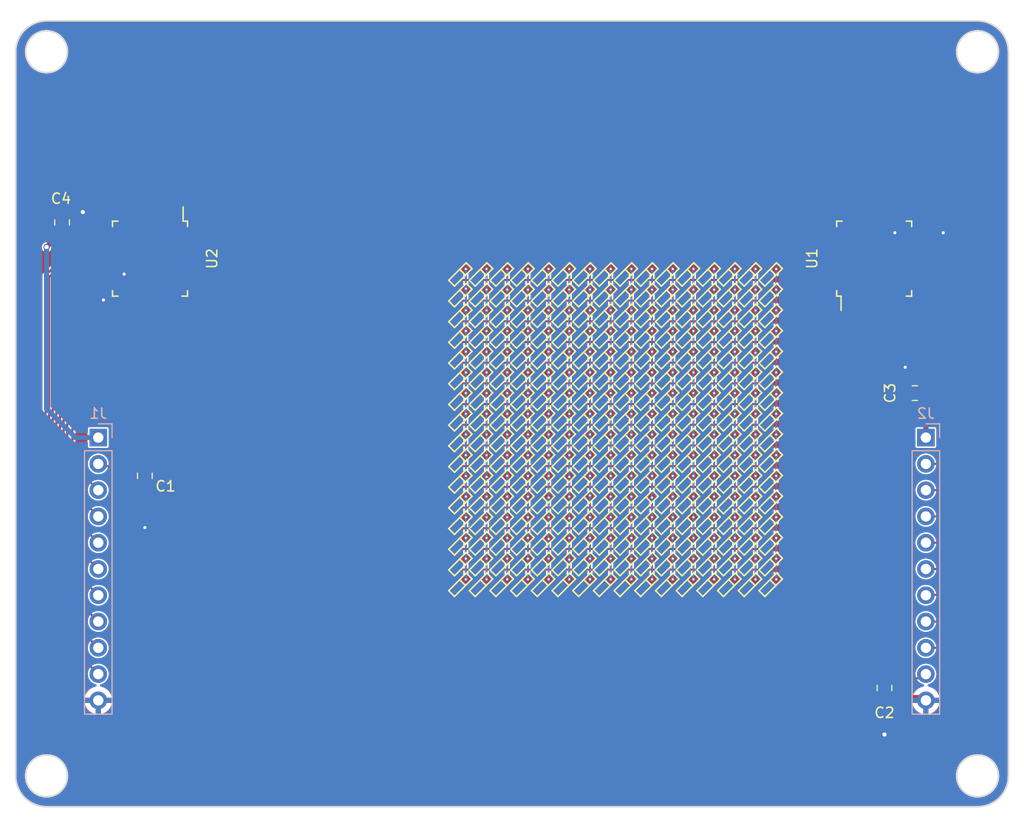
<source format=kicad_pcb>
(kicad_pcb (version 20240108) (generator "pcbnew") (generator_version "8.0")
  (title_block (title "Kewpie Camera Sensor") (date "2024-08-25") (rev "-") (company "and Co.") (comment 1 "Branden Applewhite"))
  (layers (0 "F.Cu" signal) (31 "B.Cu" signal) (34 "B.Paste" user) (35 "F.Paste" user) (36 "B.SilkS" user "B.Silkscreen") (37 "F.SilkS" user "F.Silkscreen") (38 "B.Mask" user) (39 "F.Mask" user) (44 "Edge.Cuts" user))
  (net 0 "")
  (net 1 "GND")
  (net 2 "OUTROW")
  (net 3 "A4ROW")
  (net 4 "A3ROW")
  (net 5 "A2ROW")
  (net 6 "A1ROW")
  (net 7 "A0ROW")
  (net 8 "ENROW")
  (net 9 "WRROW")
  (net 10 "CSROW")
  (net 11 "+3V3")
  (net 12 "CSCOL")
  (net 13 "WRCOL")
  (net 14 "ENCOL")
  (net 15 "A0COL")
  (net 16 "A1COL")
  (net 17 "A2COL")
  (net 18 "A3COL")
  (net 19 "A4COL")
  (net 20 "OUTCOL")
  (net 21 "COL1")
  (net 22 "ROW1")
  (net 23 "ROW2")
  (net 24 "COL2")
  (net 25 "ROW3")
  (net 26 "COL3")
  (net 27 "ROW4")
  (net 28 "ROW5")
  (net 29 "COL5")
  (net 30 "ROW6")
  (net 31 "COL6")
  (net 32 "ROW7")
  (net 33 "COL7")
  (net 34 "ROW8")
  (net 35 "COL8")
  (net 36 "COL9")
  (net 37 "ROW9")
  (net 38 "ROW10")
  (net 39 "COL10")
  (net 40 "COL11")
  (net 41 "ROW11")
  (net 42 "COL12")
  (net 43 "ROW12")
  (net 44 "COL13")
  (net 45 "ROW13")
  (net 46 "ROW14")
  (net 47 "COL14")
  (net 48 "ROW15")
  (net 49 "COL15")
  (net 50 "ROW16")
  (net 51 "COL16")
  (net 82 "COL4")
  (footprint "project_footprints:ALS-PT19" (layer "F.Cu") (at 233.269847 120.43033 45)
    (property "Reference" "Q1" (hide yes))
    (property "Value" "ALS-PT19" (hide yes))
  )
  (footprint "project_footprints:ALS-PT19" (layer "F.Cu") (at 235.269847 120.43033 45)
    (property "Reference" "Q2" (hide yes))
    (property "Value" "ALS-PT19" (hide yes))
  )
  (footprint "project_footprints:ALS-PT19" (layer "F.Cu") (at 237.269847 120.43033 45)
    (property "Reference" "Q3" (hide yes))
    (property "Value" "ALS-PT19" (hide yes))
  )
  (footprint "project_footprints:ALS-PT19" (layer "F.Cu") (at 239.269847 120.43033 45)
    (property "Reference" "Q4" (hide yes))
    (property "Value" "ALS-PT19" (hide yes))
  )
  (footprint "project_footprints:ALS-PT19" (layer "F.Cu") (at 241.269847 120.43033 45)
    (property "Reference" "Q5" (hide yes))
    (property "Value" "ALS-PT19" (hide yes))
  )
  (footprint "project_footprints:ALS-PT19" (layer "F.Cu") (at 243.269847 120.43033 45)
    (property "Reference" "Q6" (hide yes))
    (property "Value" "ALS-PT19" (hide yes))
  )
  (footprint "project_footprints:ALS-PT19" (layer "F.Cu") (at 245.269847 120.43033 45)
    (property "Reference" "Q7" (hide yes))
    (property "Value" "ALS-PT19" (hide yes))
  )
  (footprint "project_footprints:ALS-PT19" (layer "F.Cu") (at 247.269847 120.43033 45)
    (property "Reference" "Q8" (hide yes))
    (property "Value" "ALS-PT19" (hide yes))
  )
  (footprint "project_footprints:ALS-PT19" (layer "F.Cu") (at 249.269847 120.43033 45)
    (property "Reference" "Q9" (hide yes))
    (property "Value" "ALS-PT19" (hide yes))
  )
  (footprint "project_footprints:ALS-PT19" (layer "F.Cu") (at 251.269847 120.43033 45)
    (property "Reference" "Q10" (hide yes))
    (property "Value" "ALS-PT19" (hide yes))
  )
  (footprint "project_footprints:ALS-PT19" (layer "F.Cu") (at 253.269847 120.43033 45)
    (property "Reference" "Q11" (hide yes))
    (property "Value" "ALS-PT19" (hide yes))
  )
  (footprint "project_footprints:ALS-PT19" (layer "F.Cu") (at 255.269847 120.43033 45)
    (property "Reference" "Q12" (hide yes))
    (property "Value" "ALS-PT19" (hide yes))
  )
  (footprint "project_footprints:ALS-PT19" (layer "F.Cu") (at 257.269847 120.43033 45)
    (property "Reference" "Q13" (hide yes))
    (property "Value" "ALS-PT19" (hide yes))
  )
  (footprint "project_footprints:ALS-PT19" (layer "F.Cu") (at 259.269847 120.43033 45)
    (property "Reference" "Q14" (hide yes))
    (property "Value" "ALS-PT19" (hide yes))
  )
  (footprint "project_footprints:ALS-PT19" (layer "F.Cu") (at 261.269847 120.43033 45)
    (property "Reference" "Q15" (hide yes))
    (property "Value" "ALS-PT19" (hide yes))
  )
  (footprint "project_footprints:ALS-PT19" (layer "F.Cu") (at 263.269847 120.43033 45)
    (property "Reference" "Q16" (hide yes))
    (property "Value" "ALS-PT19" (hide yes))
  )
  (footprint "project_footprints:ALS-PT19" (layer "F.Cu") (at 233.269847 122.43033 45)
    (property "Reference" "Q33" (hide yes))
    (property "Value" "ALS-PT19" (hide yes))
  )
  (footprint "project_footprints:ALS-PT19" (layer "F.Cu") (at 235.269847 122.43033 45)
    (property "Reference" "Q34" (hide yes))
    (property "Value" "ALS-PT19" (hide yes))
  )
  (footprint "project_footprints:ALS-PT19" (layer "F.Cu") (at 237.269847 122.43033 45)
    (property "Reference" "Q35" (hide yes))
    (property "Value" "ALS-PT19" (hide yes))
  )
  (footprint "project_footprints:ALS-PT19" (layer "F.Cu") (at 239.269847 122.43033 45)
    (property "Reference" "Q36" (hide yes))
    (property "Value" "ALS-PT19" (hide yes))
  )
  (footprint "project_footprints:ALS-PT19" (layer "F.Cu") (at 241.269847 122.43033 45)
    (property "Reference" "Q37" (hide yes))
    (property "Value" "ALS-PT19" (hide yes))
  )
  (footprint "project_footprints:ALS-PT19" (layer "F.Cu") (at 243.269847 122.43033 45)
    (property "Reference" "Q38" (hide yes))
    (property "Value" "ALS-PT19" (hide yes))
  )
  (footprint "project_footprints:ALS-PT19" (layer "F.Cu") (at 245.269847 122.43033 45)
    (property "Reference" "Q39" (hide yes))
    (property "Value" "ALS-PT19" (hide yes))
  )
  (footprint "project_footprints:ALS-PT19" (layer "F.Cu") (at 247.269847 122.43033 45)
    (property "Reference" "Q40" (hide yes))
    (property "Value" "ALS-PT19" (hide yes))
  )
  (footprint "project_footprints:ALS-PT19" (layer "F.Cu") (at 249.269847 122.43033 45)
    (property "Reference" "Q41" (hide yes))
    (property "Value" "ALS-PT19" (hide yes))
  )
  (footprint "project_footprints:ALS-PT19" (layer "F.Cu") (at 251.269847 122.43033 45)
    (property "Reference" "Q42" (hide yes))
    (property "Value" "ALS-PT19" (hide yes))
  )
  (footprint "project_footprints:ALS-PT19" (layer "F.Cu") (at 253.269847 122.43033 45)
    (property "Reference" "Q43" (hide yes))
    (property "Value" "ALS-PT19" (hide yes))
  )
  (footprint "project_footprints:ALS-PT19" (layer "F.Cu") (at 255.269847 122.43033 45)
    (property "Reference" "Q44" (hide yes))
    (property "Value" "ALS-PT19" (hide yes))
  )
  (footprint "project_footprints:ALS-PT19" (layer "F.Cu") (at 257.269847 122.43033 45)
    (property "Reference" "Q45" (hide yes))
    (property "Value" "ALS-PT19" (hide yes))
  )
  (footprint "project_footprints:ALS-PT19" (layer "F.Cu") (at 259.269847 122.43033 45)
    (property "Reference" "Q46" (hide yes))
    (property "Value" "ALS-PT19" (hide yes))
  )
  (footprint "project_footprints:ALS-PT19" (layer "F.Cu") (at 261.269847 122.43033 45)
    (property "Reference" "Q47" (hide yes))
    (property "Value" "ALS-PT19" (hide yes))
  )
  (footprint "project_footprints:ALS-PT19" (layer "F.Cu") (at 263.269847 122.43033 45)
    (property "Reference" "Q48" (hide yes))
    (property "Value" "ALS-PT19" (hide yes))
  )
  (footprint "project_footprints:ALS-PT19" (layer "F.Cu") (at 233.269847 124.43033 45)
    (property "Reference" "Q65" (hide yes))
    (property "Value" "ALS-PT19" (hide yes))
  )
  (footprint "project_footprints:ALS-PT19" (layer "F.Cu") (at 235.269847 124.43033 45)
    (property "Reference" "Q66" (hide yes))
    (property "Value" "ALS-PT19" (hide yes))
  )
  (footprint "project_footprints:ALS-PT19" (layer "F.Cu") (at 237.269847 124.43033 45)
    (property "Reference" "Q67" (hide yes))
    (property "Value" "ALS-PT19" (hide yes))
  )
  (footprint "project_footprints:ALS-PT19" (layer "F.Cu") (at 239.269847 124.43033 45)
    (property "Reference" "Q68" (hide yes))
    (property "Value" "ALS-PT19" (hide yes))
  )
  (footprint "project_footprints:ALS-PT19" (layer "F.Cu") (at 241.269847 124.43033 45)
    (property "Reference" "Q69" (hide yes))
    (property "Value" "ALS-PT19" (hide yes))
  )
  (footprint "project_footprints:ALS-PT19" (layer "F.Cu") (at 243.269847 124.43033 45)
    (property "Reference" "Q70" (hide yes))
    (property "Value" "ALS-PT19" (hide yes))
  )
  (footprint "project_footprints:ALS-PT19" (layer "F.Cu") (at 245.269847 124.43033 45)
    (property "Reference" "Q71" (hide yes))
    (property "Value" "ALS-PT19" (hide yes))
  )
  (footprint "project_footprints:ALS-PT19" (layer "F.Cu") (at 247.269847 124.43033 45)
    (property "Reference" "Q72" (hide yes))
    (property "Value" "ALS-PT19" (hide yes))
  )
  (footprint "project_footprints:ALS-PT19" (layer "F.Cu") (at 249.269847 124.43033 45)
    (property "Reference" "Q73" (hide yes))
    (property "Value" "ALS-PT19" (hide yes))
  )
  (footprint "project_footprints:ALS-PT19" (layer "F.Cu") (at 251.269847 124.43033 45)
    (property "Reference" "Q74" (hide yes))
    (property "Value" "ALS-PT19" (hide yes))
  )
  (footprint "project_footprints:ALS-PT19" (layer "F.Cu") (at 253.269847 124.43033 45)
    (property "Reference" "Q75" (hide yes))
    (property "Value" "ALS-PT19" (hide yes))
  )
  (footprint "project_footprints:ALS-PT19" (layer "F.Cu") (at 255.269847 124.43033 45)
    (property "Reference" "Q76" (hide yes))
    (property "Value" "ALS-PT19" (hide yes))
  )
  (footprint "project_footprints:ALS-PT19" (layer "F.Cu") (at 257.269847 124.43033 45)
    (property "Reference" "Q77" (hide yes))
    (property "Value" "ALS-PT19" (hide yes))
  )
  (footprint "project_footprints:ALS-PT19" (layer "F.Cu") (at 259.269847 124.43033 45)
    (property "Reference" "Q78" (hide yes))
    (property "Value" "ALS-PT19" (hide yes))
  )
  (footprint "project_footprints:ALS-PT19" (layer "F.Cu") (at 261.269847 124.43033 45)
    (property "Reference" "Q79" (hide yes))
    (property "Value" "ALS-PT19" (hide yes))
  )
  (footprint "project_footprints:ALS-PT19" (layer "F.Cu") (at 263.269847 124.43033 45)
    (property "Reference" "Q80" (hide yes))
    (property "Value" "ALS-PT19" (hide yes))
  )
  (footprint "project_footprints:ALS-PT19" (layer "F.Cu") (at 233.269847 126.43033 45)
    (property "Reference" "Q97" (hide yes))
    (property "Value" "ALS-PT19" (hide yes))
  )
  (footprint "project_footprints:ALS-PT19" (layer "F.Cu") (at 235.269847 126.43033 45)
    (property "Reference" "Q98" (hide yes))
    (property "Value" "ALS-PT19" (hide yes))
  )
  (footprint "project_footprints:ALS-PT19" (layer "F.Cu") (at 237.269847 126.43033 45)
    (property "Reference" "Q99" (hide yes))
    (property "Value" "ALS-PT19" (hide yes))
  )
  (footprint "project_footprints:ALS-PT19" (layer "F.Cu") (at 239.269847 126.43033 45)
    (property "Reference" "Q100" (hide yes))
    (property "Value" "ALS-PT19" (hide yes))
  )
  (footprint "project_footprints:ALS-PT19" (layer "F.Cu") (at 241.269847 126.43033 45)
    (property "Reference" "Q101" (hide yes))
    (property "Value" "ALS-PT19" (hide yes))
  )
  (footprint "project_footprints:ALS-PT19" (layer "F.Cu") (at 243.269847 126.43033 45)
    (property "Reference" "Q102" (hide yes))
    (property "Value" "ALS-PT19" (hide yes))
  )
  (footprint "project_footprints:ALS-PT19" (layer "F.Cu") (at 245.269847 126.43033 45)
    (property "Reference" "Q103" (hide yes))
    (property "Value" "ALS-PT19" (hide yes))
  )
  (footprint "project_footprints:ALS-PT19" (layer "F.Cu") (at 247.269847 126.43033 45)
    (property "Reference" "Q104" (hide yes))
    (property "Value" "ALS-PT19" (hide yes))
  )
  (footprint "project_footprints:ALS-PT19" (layer "F.Cu") (at 249.269847 126.43033 45)
    (property "Reference" "Q105" (hide yes))
    (property "Value" "ALS-PT19" (hide yes))
  )
  (footprint "project_footprints:ALS-PT19" (layer "F.Cu") (at 251.269847 126.43033 45)
    (property "Reference" "Q106" (hide yes))
    (property "Value" "ALS-PT19" (hide yes))
  )
  (footprint "project_footprints:ALS-PT19" (layer "F.Cu") (at 253.269847 126.43033 45)
    (property "Reference" "Q107" (hide yes))
    (property "Value" "ALS-PT19" (hide yes))
  )
  (footprint "project_footprints:ALS-PT19" (layer "F.Cu") (at 255.269847 126.43033 45)
    (property "Reference" "Q108" (hide yes))
    (property "Value" "ALS-PT19" (hide yes))
  )
  (footprint "project_footprints:ALS-PT19" (layer "F.Cu") (at 257.269847 126.43033 45)
    (property "Reference" "Q109" (hide yes))
    (property "Value" "ALS-PT19" (hide yes))
  )
  (footprint "project_footprints:ALS-PT19" (layer "F.Cu") (at 259.269847 126.43033 45)
    (property "Reference" "Q110" (hide yes))
    (property "Value" "ALS-PT19" (hide yes))
  )
  (footprint "project_footprints:ALS-PT19" (layer "F.Cu") (at 261.269847 126.43033 45)
    (property "Reference" "Q111" (hide yes))
    (property "Value" "ALS-PT19" (hide yes))
  )
  (footprint "project_footprints:ALS-PT19" (layer "F.Cu") (at 263.269847 126.43033 45)
    (property "Reference" "Q112" (hide yes))
    (property "Value" "ALS-PT19" (hide yes))
  )
  (footprint "project_footprints:ALS-PT19" (layer "F.Cu") (at 233.269847 128.43033 45)
    (property "Reference" "Q129" (hide yes))
    (property "Value" "ALS-PT19" (hide yes))
  )
  (footprint "project_footprints:ALS-PT19" (layer "F.Cu") (at 235.269847 128.43033 45)
    (property "Reference" "Q130" (hide yes))
    (property "Value" "ALS-PT19" (hide yes))
  )
  (footprint "project_footprints:ALS-PT19" (layer "F.Cu") (at 237.269847 128.43033 45)
    (property "Reference" "Q131" (hide yes))
    (property "Value" "ALS-PT19" (hide yes))
  )
  (footprint "project_footprints:ALS-PT19" (layer "F.Cu") (at 239.269847 128.43033 45)
    (property "Reference" "Q132" (hide yes))
    (property "Value" "ALS-PT19" (hide yes))
  )
  (footprint "project_footprints:ALS-PT19" (layer "F.Cu") (at 241.269847 128.43033 45)
    (property "Reference" "Q133" (hide yes))
    (property "Value" "ALS-PT19" (hide yes))
  )
  (footprint "project_footprints:ALS-PT19" (layer "F.Cu") (at 243.269847 128.43033 45)
    (property "Reference" "Q134" (hide yes))
    (property "Value" "ALS-PT19" (hide yes))
  )
  (footprint "project_footprints:ALS-PT19" (layer "F.Cu") (at 245.269847 128.43033 45)
    (property "Reference" "Q135" (hide yes))
    (property "Value" "ALS-PT19" (hide yes))
  )
  (footprint "project_footprints:ALS-PT19" (layer "F.Cu") (at 247.269847 128.43033 45)
    (property "Reference" "Q136" (hide yes))
    (property "Value" "ALS-PT19" (hide yes))
  )
  (footprint "project_footprints:ALS-PT19" (layer "F.Cu") (at 249.269847 128.43033 45)
    (property "Reference" "Q137" (hide yes))
    (property "Value" "ALS-PT19" (hide yes))
  )
  (footprint "project_footprints:ALS-PT19" (layer "F.Cu") (at 251.269847 128.43033 45)
    (property "Reference" "Q138" (hide yes))
    (property "Value" "ALS-PT19" (hide yes))
  )
  (footprint "project_footprints:ALS-PT19" (layer "F.Cu") (at 253.269847 128.43033 45)
    (property "Reference" "Q139" (hide yes))
    (property "Value" "ALS-PT19" (hide yes))
  )
  (footprint "project_footprints:ALS-PT19" (layer "F.Cu") (at 255.269847 128.43033 45)
    (property "Reference" "Q140" (hide yes))
    (property "Value" "ALS-PT19" (hide yes))
  )
  (footprint "project_footprints:ALS-PT19" (layer "F.Cu") (at 257.269847 128.43033 45)
    (property "Reference" "Q141" (hide yes))
    (property "Value" "ALS-PT19" (hide yes))
  )
  (footprint "project_footprints:ALS-PT19" (layer "F.Cu") (at 259.269847 128.43033 45)
    (property "Reference" "Q142" (hide yes))
    (property "Value" "ALS-PT19" (hide yes))
  )
  (footprint "project_footprints:ALS-PT19" (layer "F.Cu") (at 261.269847 128.43033 45)
    (property "Reference" "Q143" (hide yes))
    (property "Value" "ALS-PT19" (hide yes))
  )
  (footprint "project_footprints:ALS-PT19" (layer "F.Cu") (at 263.269847 128.43033 45)
    (property "Reference" "Q144" (hide yes))
    (property "Value" "ALS-PT19" (hide yes))
  )
  (footprint "project_footprints:ALS-PT19" (layer "F.Cu") (at 233.269847 130.43033 45)
    (property "Reference" "Q161" (hide yes))
    (property "Value" "ALS-PT19" (hide yes))
  )
  (footprint "project_footprints:ALS-PT19" (layer "F.Cu") (at 235.269847 130.43033 45)
    (property "Reference" "Q162" (hide yes))
    (property "Value" "ALS-PT19" (hide yes))
  )
  (footprint "project_footprints:ALS-PT19" (layer "F.Cu") (at 237.269847 130.43033 45)
    (property "Reference" "Q163" (hide yes))
    (property "Value" "ALS-PT19" (hide yes))
  )
  (footprint "project_footprints:ALS-PT19" (layer "F.Cu") (at 239.269847 130.43033 45)
    (property "Reference" "Q164" (hide yes))
    (property "Value" "ALS-PT19" (hide yes))
  )
  (footprint "project_footprints:ALS-PT19" (layer "F.Cu") (at 241.269847 130.43033 45)
    (property "Reference" "Q165" (hide yes))
    (property "Value" "ALS-PT19" (hide yes))
  )
  (footprint "project_footprints:ALS-PT19" (layer "F.Cu") (at 243.269847 130.43033 45)
    (property "Reference" "Q166" (hide yes))
    (property "Value" "ALS-PT19" (hide yes))
  )
  (footprint "project_footprints:ALS-PT19" (layer "F.Cu") (at 245.269847 130.43033 45)
    (property "Reference" "Q167" (hide yes))
    (property "Value" "ALS-PT19" (hide yes))
  )
  (footprint "project_footprints:ALS-PT19" (layer "F.Cu") (at 247.269847 130.43033 45)
    (property "Reference" "Q168" (hide yes))
    (property "Value" "ALS-PT19" (hide yes))
  )
  (footprint "project_footprints:ALS-PT19" (layer "F.Cu") (at 249.269847 130.43033 45)
    (property "Reference" "Q169" (hide yes))
    (property "Value" "ALS-PT19" (hide yes))
  )
  (footprint "project_footprints:ALS-PT19" (layer "F.Cu") (at 251.269847 130.43033 45)
    (property "Reference" "Q170" (hide yes))
    (property "Value" "ALS-PT19" (hide yes))
  )
  (footprint "project_footprints:ALS-PT19" (layer "F.Cu") (at 253.269847 130.43033 45)
    (property "Reference" "Q171" (hide yes))
    (property "Value" "ALS-PT19" (hide yes))
  )
  (footprint "project_footprints:ALS-PT19" (layer "F.Cu") (at 255.269847 130.43033 45)
    (property "Reference" "Q172" (hide yes))
    (property "Value" "ALS-PT19" (hide yes))
  )
  (footprint "project_footprints:ALS-PT19" (layer "F.Cu") (at 257.269847 130.43033 45)
    (property "Reference" "Q173" (hide yes))
    (property "Value" "ALS-PT19" (hide yes))
  )
  (footprint "project_footprints:ALS-PT19" (layer "F.Cu") (at 259.269847 130.43033 45)
    (property "Reference" "Q174" (hide yes))
    (property "Value" "ALS-PT19" (hide yes))
  )
  (footprint "project_footprints:ALS-PT19" (layer "F.Cu") (at 261.269847 130.43033 45)
    (property "Reference" "Q175" (hide yes))
    (property "Value" "ALS-PT19" (hide yes))
  )
  (footprint "project_footprints:ALS-PT19" (layer "F.Cu") (at 263.269847 130.43033 45)
    (property "Reference" "Q176" (hide yes))
    (property "Value" "ALS-PT19" (hide yes))
  )
  (footprint "project_footprints:ALS-PT19" (layer "F.Cu") (at 233.269847 132.43033 45)
    (property "Reference" "Q193" (hide yes))
    (property "Value" "ALS-PT19" (hide yes))
  )
  (footprint "project_footprints:ALS-PT19" (layer "F.Cu") (at 235.269847 132.43033 45)
    (property "Reference" "Q194" (hide yes))
    (property "Value" "ALS-PT19" (hide yes))
  )
  (footprint "project_footprints:ALS-PT19" (layer "F.Cu") (at 237.269847 132.43033 45)
    (property "Reference" "Q195" (hide yes))
    (property "Value" "ALS-PT19" (hide yes))
  )
  (footprint "project_footprints:ALS-PT19" (layer "F.Cu") (at 239.269847 132.43033 45)
    (property "Reference" "Q196" (hide yes))
    (property "Value" "ALS-PT19" (hide yes))
  )
  (footprint "project_footprints:ALS-PT19" (layer "F.Cu") (at 241.269847 132.43033 45)
    (property "Reference" "Q197" (hide yes))
    (property "Value" "ALS-PT19" (hide yes))
  )
  (footprint "project_footprints:ALS-PT19" (layer "F.Cu") (at 243.269847 132.43033 45)
    (property "Reference" "Q198" (hide yes))
    (property "Value" "ALS-PT19" (hide yes))
  )
  (footprint "project_footprints:ALS-PT19" (layer "F.Cu") (at 245.269847 132.43033 45)
    (property "Reference" "Q199" (hide yes))
    (property "Value" "ALS-PT19" (hide yes))
  )
  (footprint "project_footprints:ALS-PT19" (layer "F.Cu") (at 247.269847 132.43033 45)
    (property "Reference" "Q200" (hide yes))
    (property "Value" "ALS-PT19" (hide yes))
  )
  (footprint "project_footprints:ALS-PT19" (layer "F.Cu") (at 249.269847 132.43033 45)
    (property "Reference" "Q201" (hide yes))
    (property "Value" "ALS-PT19" (hide yes))
  )
  (footprint "project_footprints:ALS-PT19" (layer "F.Cu") (at 251.269847 132.43033 45)
    (property "Reference" "Q202" (hide yes))
    (property "Value" "ALS-PT19" (hide yes))
  )
  (footprint "project_footprints:ALS-PT19" (layer "F.Cu") (at 253.269847 132.43033 45)
    (property "Reference" "Q203" (hide yes))
    (property "Value" "ALS-PT19" (hide yes))
  )
  (footprint "project_footprints:ALS-PT19" (layer "F.Cu") (at 255.269847 132.43033 45)
    (property "Reference" "Q204" (hide yes))
    (property "Value" "ALS-PT19" (hide yes))
  )
  (footprint "project_footprints:ALS-PT19" (layer "F.Cu") (at 257.269847 132.43033 45)
    (property "Reference" "Q205" (hide yes))
    (property "Value" "ALS-PT19" (hide yes))
  )
  (footprint "project_footprints:ALS-PT19" (layer "F.Cu") (at 259.269847 132.43033 45)
    (property "Reference" "Q206" (hide yes))
    (property "Value" "ALS-PT19" (hide yes))
  )
  (footprint "project_footprints:ALS-PT19" (layer "F.Cu") (at 261.269847 132.43033 45)
    (property "Reference" "Q207" (hide yes))
    (property "Value" "ALS-PT19" (hide yes))
  )
  (footprint "project_footprints:ALS-PT19" (layer "F.Cu") (at 263.269847 132.43033 45)
    (property "Reference" "Q208" (hide yes))
    (property "Value" "ALS-PT19" (hide yes))
  )
  (footprint "project_footprints:ALS-PT19" (layer "F.Cu") (at 233.269847 134.43033 45)
    (property "Reference" "Q225" (hide yes))
    (property "Value" "ALS-PT19" (hide yes))
  )
  (footprint "project_footprints:ALS-PT19" (layer "F.Cu") (at 235.269847 134.43033 45)
    (property "Reference" "Q226" (hide yes))
    (property "Value" "ALS-PT19" (hide yes))
  )
  (footprint "project_footprints:ALS-PT19" (layer "F.Cu") (at 237.269847 134.43033 45)
    (property "Reference" "Q227" (hide yes))
    (property "Value" "ALS-PT19" (hide yes))
  )
  (footprint "project_footprints:ALS-PT19" (layer "F.Cu") (at 239.269847 134.43033 45)
    (property "Reference" "Q228" (hide yes))
    (property "Value" "ALS-PT19" (hide yes))
  )
  (footprint "project_footprints:ALS-PT19" (layer "F.Cu") (at 241.269847 134.43033 45)
    (property "Reference" "Q229" (hide yes))
    (property "Value" "ALS-PT19" (hide yes))
  )
  (footprint "project_footprints:ALS-PT19" (layer "F.Cu") (at 243.269847 134.43033 45)
    (property "Reference" "Q230" (hide yes))
    (property "Value" "ALS-PT19" (hide yes))
  )
  (footprint "project_footprints:ALS-PT19" (layer "F.Cu") (at 245.269847 134.43033 45)
    (property "Reference" "Q231" (hide yes))
    (property "Value" "ALS-PT19" (hide yes))
  )
  (footprint "project_footprints:ALS-PT19" (layer "F.Cu") (at 247.269847 134.43033 45)
    (property "Reference" "Q232" (hide yes))
    (property "Value" "ALS-PT19" (hide yes))
  )
  (footprint "project_footprints:ALS-PT19" (layer "F.Cu") (at 249.269847 134.43033 45)
    (property "Reference" "Q233" (hide yes))
    (property "Value" "ALS-PT19" (hide yes))
  )
  (footprint "project_footprints:ALS-PT19" (layer "F.Cu") (at 251.269847 134.43033 45)
    (property "Reference" "Q234" (hide yes))
    (property "Value" "ALS-PT19" (hide yes))
  )
  (footprint "project_footprints:ALS-PT19" (layer "F.Cu") (at 253.269847 134.43033 45)
    (property "Reference" "Q235" (hide yes))
    (property "Value" "ALS-PT19" (hide yes))
  )
  (footprint "project_footprints:ALS-PT19" (layer "F.Cu") (at 255.269847 134.43033 45)
    (property "Reference" "Q236" (hide yes))
    (property "Value" "ALS-PT19" (hide yes))
  )
  (footprint "project_footprints:ALS-PT19" (layer "F.Cu") (at 257.269847 134.43033 45)
    (property "Reference" "Q237" (hide yes))
    (property "Value" "ALS-PT19" (hide yes))
  )
  (footprint "project_footprints:ALS-PT19" (layer "F.Cu") (at 259.269847 134.43033 45)
    (property "Reference" "Q238" (hide yes))
    (property "Value" "ALS-PT19" (hide yes))
  )
  (footprint "project_footprints:ALS-PT19" (layer "F.Cu") (at 261.269847 134.43033 45)
    (property "Reference" "Q239" (hide yes))
    (property "Value" "ALS-PT19" (hide yes))
  )
  (footprint "project_footprints:ALS-PT19" (layer "F.Cu") (at 263.269847 134.43033 45)
    (property "Reference" "Q240" (hide yes))
    (property "Value" "ALS-PT19" (hide yes))
  )
  (footprint "project_footprints:ALS-PT19" (layer "F.Cu") (at 233.269847 136.43033 45)
    (property "Reference" "Q257" (hide yes))
    (property "Value" "ALS-PT19" (hide yes))
  )
  (footprint "project_footprints:ALS-PT19" (layer "F.Cu") (at 235.269847 136.43033 45)
    (property "Reference" "Q258" (hide yes))
    (property "Value" "ALS-PT19" (hide yes))
  )
  (footprint "project_footprints:ALS-PT19" (layer "F.Cu") (at 237.269847 136.43033 45)
    (property "Reference" "Q259" (hide yes))
    (property "Value" "ALS-PT19" (hide yes))
  )
  (footprint "project_footprints:ALS-PT19" (layer "F.Cu") (at 239.269847 136.43033 45)
    (property "Reference" "Q260" (hide yes))
    (property "Value" "ALS-PT19" (hide yes))
  )
  (footprint "project_footprints:ALS-PT19" (layer "F.Cu") (at 241.269847 136.43033 45)
    (property "Reference" "Q261" (hide yes))
    (property "Value" "ALS-PT19" (hide yes))
  )
  (footprint "project_footprints:ALS-PT19" (layer "F.Cu") (at 243.269847 136.43033 45)
    (property "Reference" "Q262" (hide yes))
    (property "Value" "ALS-PT19" (hide yes))
  )
  (footprint "project_footprints:ALS-PT19" (layer "F.Cu") (at 245.269847 136.43033 45)
    (property "Reference" "Q263" (hide yes))
    (property "Value" "ALS-PT19" (hide yes))
  )
  (footprint "project_footprints:ALS-PT19" (layer "F.Cu") (at 247.269847 136.43033 45)
    (property "Reference" "Q264" (hide yes))
    (property "Value" "ALS-PT19" (hide yes))
  )
  (footprint "project_footprints:ALS-PT19" (layer "F.Cu") (at 249.269847 136.43033 45)
    (property "Reference" "Q265" (hide yes))
    (property "Value" "ALS-PT19" (hide yes))
  )
  (footprint "project_footprints:ALS-PT19" (layer "F.Cu") (at 251.269847 136.43033 45)
    (property "Reference" "Q266" (hide yes))
    (property "Value" "ALS-PT19" (hide yes))
  )
  (footprint "project_footprints:ALS-PT19" (layer "F.Cu") (at 253.269847 136.43033 45)
    (property "Reference" "Q267" (hide yes))
    (property "Value" "ALS-PT19" (hide yes))
  )
  (footprint "project_footprints:ALS-PT19" (layer "F.Cu") (at 255.269847 136.43033 45)
    (property "Reference" "Q268" (hide yes))
    (property "Value" "ALS-PT19" (hide yes))
  )
  (footprint "project_footprints:ALS-PT19" (layer "F.Cu") (at 257.269847 136.43033 45)
    (property "Reference" "Q269" (hide yes))
    (property "Value" "ALS-PT19" (hide yes))
  )
  (footprint "project_footprints:ALS-PT19" (layer "F.Cu") (at 259.269847 136.43033 45)
    (property "Reference" "Q270" (hide yes))
    (property "Value" "ALS-PT19" (hide yes))
  )
  (footprint "project_footprints:ALS-PT19" (layer "F.Cu") (at 261.269847 136.43033 45)
    (property "Reference" "Q271" (hide yes))
    (property "Value" "ALS-PT19" (hide yes))
  )
  (footprint "project_footprints:ALS-PT19" (layer "F.Cu") (at 263.269847 136.43033 45)
    (property "Reference" "Q272" (hide yes))
    (property "Value" "ALS-PT19" (hide yes))
  )
  (footprint "project_footprints:ALS-PT19" (layer "F.Cu") (at 233.269847 138.43033 45)
    (property "Reference" "Q289" (hide yes))
    (property "Value" "ALS-PT19" (hide yes))
  )
  (footprint "project_footprints:ALS-PT19" (layer "F.Cu") (at 235.269847 138.43033 45)
    (property "Reference" "Q290" (hide yes))
    (property "Value" "ALS-PT19" (hide yes))
  )
  (footprint "project_footprints:ALS-PT19" (layer "F.Cu") (at 237.269847 138.43033 45)
    (property "Reference" "Q291" (hide yes))
    (property "Value" "ALS-PT19" (hide yes))
  )
  (footprint "project_footprints:ALS-PT19" (layer "F.Cu") (at 239.269847 138.43033 45)
    (property "Reference" "Q292" (hide yes))
    (property "Value" "ALS-PT19" (hide yes))
  )
  (footprint "project_footprints:ALS-PT19" (layer "F.Cu") (at 241.269847 138.43033 45)
    (property "Reference" "Q293" (hide yes))
    (property "Value" "ALS-PT19" (hide yes))
  )
  (footprint "project_footprints:ALS-PT19" (layer "F.Cu") (at 243.269847 138.43033 45)
    (property "Reference" "Q294" (hide yes))
    (property "Value" "ALS-PT19" (hide yes))
  )
  (footprint "project_footprints:ALS-PT19" (layer "F.Cu") (at 245.269847 138.43033 45)
    (property "Reference" "Q295" (hide yes))
    (property "Value" "ALS-PT19" (hide yes))
  )
  (footprint "project_footprints:ALS-PT19" (layer "F.Cu") (at 247.269847 138.43033 45)
    (property "Reference" "Q296" (hide yes))
    (property "Value" "ALS-PT19" (hide yes))
  )
  (footprint "project_footprints:ALS-PT19" (layer "F.Cu") (at 249.269847 138.43033 45)
    (property "Reference" "Q297" (hide yes))
    (property "Value" "ALS-PT19" (hide yes))
  )
  (footprint "project_footprints:ALS-PT19" (layer "F.Cu") (at 251.269847 138.43033 45)
    (property "Reference" "Q298" (hide yes))
    (property "Value" "ALS-PT19" (hide yes))
  )
  (footprint "project_footprints:ALS-PT19" (layer "F.Cu") (at 253.269847 138.43033 45)
    (property "Reference" "Q299" (hide yes))
    (property "Value" "ALS-PT19" (hide yes))
  )
  (footprint "project_footprints:ALS-PT19" (layer "F.Cu") (at 255.269847 138.43033 45)
    (property "Reference" "Q300" (hide yes))
    (property "Value" "ALS-PT19" (hide yes))
  )
  (footprint "project_footprints:ALS-PT19" (layer "F.Cu") (at 257.269847 138.43033 45)
    (property "Reference" "Q301" (hide yes))
    (property "Value" "ALS-PT19" (hide yes))
  )
  (footprint "project_footprints:ALS-PT19" (layer "F.Cu") (at 259.269847 138.43033 45)
    (property "Reference" "Q302" (hide yes))
    (property "Value" "ALS-PT19" (hide yes))
  )
  (footprint "project_footprints:ALS-PT19" (layer "F.Cu") (at 261.269847 138.43033 45)
    (property "Reference" "Q303" (hide yes))
    (property "Value" "ALS-PT19" (hide yes))
  )
  (footprint "project_footprints:ALS-PT19" (layer "F.Cu") (at 263.269847 138.43033 45)
    (property "Reference" "Q304" (hide yes))
    (property "Value" "ALS-PT19" (hide yes))
  )
  (footprint "project_footprints:ALS-PT19" (layer "F.Cu") (at 233.269847 140.43033 45)
    (property "Reference" "Q321" (hide yes))
    (property "Value" "ALS-PT19" (hide yes))
  )
  (footprint "project_footprints:ALS-PT19" (layer "F.Cu") (at 235.269847 140.43033 45)
    (property "Reference" "Q322" (hide yes))
    (property "Value" "ALS-PT19" (hide yes))
  )
  (footprint "project_footprints:ALS-PT19" (layer "F.Cu") (at 237.269847 140.43033 45)
    (property "Reference" "Q323" (hide yes))
    (property "Value" "ALS-PT19" (hide yes))
  )
  (footprint "project_footprints:ALS-PT19" (layer "F.Cu") (at 239.269847 140.43033 45)
    (property "Reference" "Q324" (hide yes))
    (property "Value" "ALS-PT19" (hide yes))
  )
  (footprint "project_footprints:ALS-PT19" (layer "F.Cu") (at 241.269847 140.43033 45)
    (property "Reference" "Q325" (hide yes))
    (property "Value" "ALS-PT19" (hide yes))
  )
  (footprint "project_footprints:ALS-PT19" (layer "F.Cu") (at 243.269847 140.43033 45)
    (property "Reference" "Q326" (hide yes))
    (property "Value" "ALS-PT19" (hide yes))
  )
  (footprint "project_footprints:ALS-PT19" (layer "F.Cu") (at 245.269847 140.43033 45)
    (property "Reference" "Q327" (hide yes))
    (property "Value" "ALS-PT19" (hide yes))
  )
  (footprint "project_footprints:ALS-PT19" (layer "F.Cu") (at 247.269847 140.43033 45)
    (property "Reference" "Q328" (hide yes))
    (property "Value" "ALS-PT19" (hide yes))
  )
  (footprint "project_footprints:ALS-PT19" (layer "F.Cu") (at 249.269847 140.43033 45)
    (property "Reference" "Q329" (hide yes))
    (property "Value" "ALS-PT19" (hide yes))
  )
  (footprint "project_footprints:ALS-PT19" (layer "F.Cu") (at 251.269847 140.43033 45)
    (property "Reference" "Q330" (hide yes))
    (property "Value" "ALS-PT19" (hide yes))
  )
  (footprint "project_footprints:ALS-PT19" (layer "F.Cu") (at 253.269847 140.43033 45)
    (property "Reference" "Q331" (hide yes))
    (property "Value" "ALS-PT19" (hide yes))
  )
  (footprint "project_footprints:ALS-PT19" (layer "F.Cu") (at 255.269847 140.43033 45)
    (property "Reference" "Q332" (hide yes))
    (property "Value" "ALS-PT19" (hide yes))
  )
  (footprint "project_footprints:ALS-PT19" (layer "F.Cu") (at 257.269847 140.43033 45)
    (property "Reference" "Q333" (hide yes))
    (property "Value" "ALS-PT19" (hide yes))
  )
  (footprint "project_footprints:ALS-PT19" (layer "F.Cu") (at 259.269847 140.43033 45)
    (property "Reference" "Q334" (hide yes))
    (property "Value" "ALS-PT19" (hide yes))
  )
  (footprint "project_footprints:ALS-PT19" (layer "F.Cu") (at 261.269847 140.43033 45)
    (property "Reference" "Q335" (hide yes))
    (property "Value" "ALS-PT19" (hide yes))
  )
  (footprint "project_footprints:ALS-PT19" (layer "F.Cu") (at 263.269847 140.43033 45)
    (property "Reference" "Q336" (hide yes))
    (property "Value" "ALS-PT19" (hide yes))
  )
  (footprint "project_footprints:ALS-PT19" (layer "F.Cu") (at 233.269847 142.43033 45)
    (property "Reference" "Q353" (hide yes))
    (property "Value" "ALS-PT19" (hide yes))
  )
  (footprint "project_footprints:ALS-PT19" (layer "F.Cu") (at 235.269847 142.43033 45)
    (property "Reference" "Q354" (hide yes))
    (property "Value" "ALS-PT19" (hide yes))
  )
  (footprint "project_footprints:ALS-PT19" (layer "F.Cu") (at 237.269847 142.43033 45)
    (property "Reference" "Q355" (hide yes))
    (property "Value" "ALS-PT19" (hide yes))
  )
  (footprint "project_footprints:ALS-PT19" (layer "F.Cu") (at 239.269847 142.43033 45)
    (property "Reference" "Q356" (hide yes))
    (property "Value" "ALS-PT19" (hide yes))
  )
  (footprint "project_footprints:ALS-PT19" (layer "F.Cu") (at 241.269847 142.43033 45)
    (property "Reference" "Q357" (hide yes))
    (property "Value" "ALS-PT19" (hide yes))
  )
  (footprint "project_footprints:ALS-PT19" (layer "F.Cu") (at 243.269847 142.43033 45)
    (property "Reference" "Q358" (hide yes))
    (property "Value" "ALS-PT19" (hide yes))
  )
  (footprint "project_footprints:ALS-PT19" (layer "F.Cu") (at 245.269847 142.43033 45)
    (property "Reference" "Q359" (hide yes))
    (property "Value" "ALS-PT19" (hide yes))
  )
  (footprint "project_footprints:ALS-PT19" (layer "F.Cu") (at 247.269847 142.43033 45)
    (property "Reference" "Q360" (hide yes))
    (property "Value" "ALS-PT19" (hide yes))
  )
  (footprint "project_footprints:ALS-PT19" (layer "F.Cu") (at 249.269847 142.43033 45)
    (property "Reference" "Q361" (hide yes))
    (property "Value" "ALS-PT19" (hide yes))
  )
  (footprint "project_footprints:ALS-PT19" (layer "F.Cu") (at 251.269847 142.43033 45)
    (property "Reference" "Q362" (hide yes))
    (property "Value" "ALS-PT19" (hide yes))
  )
  (footprint "project_footprints:ALS-PT19" (layer "F.Cu") (at 253.269847 142.43033 45)
    (property "Reference" "Q363" (hide yes))
    (property "Value" "ALS-PT19" (hide yes))
  )
  (footprint "project_footprints:ALS-PT19" (layer "F.Cu") (at 255.269847 142.43033 45)
    (property "Reference" "Q364" (hide yes))
    (property "Value" "ALS-PT19" (hide yes))
  )
  (footprint "project_footprints:ALS-PT19" (layer "F.Cu") (at 257.269847 142.43033 45)
    (property "Reference" "Q365" (hide yes))
    (property "Value" "ALS-PT19" (hide yes))
  )
  (footprint "project_footprints:ALS-PT19" (layer "F.Cu") (at 259.269847 142.43033 45)
    (property "Reference" "Q366" (hide yes))
    (property "Value" "ALS-PT19" (hide yes))
  )
  (footprint "project_footprints:ALS-PT19" (layer "F.Cu") (at 261.269847 142.43033 45)
    (property "Reference" "Q367" (hide yes))
    (property "Value" "ALS-PT19" (hide yes))
  )
  (footprint "project_footprints:ALS-PT19" (layer "F.Cu") (at 263.269847 142.43033 45)
    (property "Reference" "Q368" (hide yes))
    (property "Value" "ALS-PT19" (hide yes))
  )
  (footprint "project_footprints:ALS-PT19" (layer "F.Cu") (at 233.269847 144.43033 45)
    (property "Reference" "Q385" (hide yes))
    (property "Value" "ALS-PT19" (hide yes))
  )
  (footprint "project_footprints:ALS-PT19" (layer "F.Cu") (at 235.269847 144.43033 45)
    (property "Reference" "Q386" (hide yes))
    (property "Value" "ALS-PT19" (hide yes))
  )
  (footprint "project_footprints:ALS-PT19" (layer "F.Cu") (at 237.269847 144.43033 45)
    (property "Reference" "Q387" (hide yes))
    (property "Value" "ALS-PT19" (hide yes))
  )
  (footprint "project_footprints:ALS-PT19" (layer "F.Cu") (at 239.269847 144.43033 45)
    (property "Reference" "Q388" (hide yes))
    (property "Value" "ALS-PT19" (hide yes))
  )
  (footprint "project_footprints:ALS-PT19" (layer "F.Cu") (at 241.269847 144.43033 45)
    (property "Reference" "Q389" (hide yes))
    (property "Value" "ALS-PT19" (hide yes))
  )
  (footprint "project_footprints:ALS-PT19" (layer "F.Cu") (at 243.269847 144.43033 45)
    (property "Reference" "Q390" (hide yes))
    (property "Value" "ALS-PT19" (hide yes))
  )
  (footprint "project_footprints:ALS-PT19" (layer "F.Cu") (at 245.269847 144.43033 45)
    (property "Reference" "Q391" (hide yes))
    (property "Value" "ALS-PT19" (hide yes))
  )
  (footprint "project_footprints:ALS-PT19" (layer "F.Cu") (at 247.269847 144.43033 45)
    (property "Reference" "Q392" (hide yes))
    (property "Value" "ALS-PT19" (hide yes))
  )
  (footprint "project_footprints:ALS-PT19" (layer "F.Cu") (at 249.269847 144.43033 45)
    (property "Reference" "Q393" (hide yes))
    (property "Value" "ALS-PT19" (hide yes))
  )
  (footprint "project_footprints:ALS-PT19" (layer "F.Cu") (at 251.269847 144.43033 45)
    (property "Reference" "Q394" (hide yes))
    (property "Value" "ALS-PT19" (hide yes))
  )
  (footprint "project_footprints:ALS-PT19" (layer "F.Cu") (at 253.269847 144.43033 45)
    (property "Reference" "Q395" (hide yes))
    (property "Value" "ALS-PT19" (hide yes))
  )
  (footprint "project_footprints:ALS-PT19" (layer "F.Cu") (at 255.269847 144.43033 45)
    (property "Reference" "Q396" (hide yes))
    (property "Value" "ALS-PT19" (hide yes))
  )
  (footprint "project_footprints:ALS-PT19" (layer "F.Cu") (at 257.269847 144.43033 45)
    (property "Reference" "Q397" (hide yes))
    (property "Value" "ALS-PT19" (hide yes))
  )
  (footprint "project_footprints:ALS-PT19" (layer "F.Cu") (at 259.269847 144.43033 45)
    (property "Reference" "Q398" (hide yes))
    (property "Value" "ALS-PT19" (hide yes))
  )
  (footprint "project_footprints:ALS-PT19" (layer "F.Cu") (at 261.269847 144.43033 45)
    (property "Reference" "Q399" (hide yes))
    (property "Value" "ALS-PT19" (hide yes))
  )
  (footprint "project_footprints:ALS-PT19" (layer "F.Cu") (at 263.269847 144.43033 45)
    (property "Reference" "Q400" (hide yes))
    (property "Value" "ALS-PT19" (hide yes))
  )
  (footprint "project_footprints:ALS-PT19" (layer "F.Cu") (at 233.269847 146.43033 45)
    (property "Reference" "Q417" (hide yes))
    (property "Value" "ALS-PT19" (hide yes))
  )
  (footprint "project_footprints:ALS-PT19" (layer "F.Cu") (at 235.269847 146.43033 45)
    (property "Reference" "Q418" (hide yes))
    (property "Value" "ALS-PT19" (hide yes))
  )
  (footprint "project_footprints:ALS-PT19" (layer "F.Cu") (at 237.269847 146.43033 45)
    (property "Reference" "Q419" (hide yes))
    (property "Value" "ALS-PT19" (hide yes))
  )
  (footprint "project_footprints:ALS-PT19" (layer "F.Cu") (at 239.269847 146.43033 45)
    (property "Reference" "Q420" (hide yes))
    (property "Value" "ALS-PT19" (hide yes))
  )
  (footprint "project_footprints:ALS-PT19" (layer "F.Cu") (at 241.269847 146.43033 45)
    (property "Reference" "Q421" (hide yes))
    (property "Value" "ALS-PT19" (hide yes))
  )
  (footprint "project_footprints:ALS-PT19" (layer "F.Cu") (at 243.269847 146.43033 45)
    (property "Reference" "Q422" (hide yes))
    (property "Value" "ALS-PT19" (hide yes))
  )
  (footprint "project_footprints:ALS-PT19" (layer "F.Cu") (at 245.269847 146.43033 45)
    (property "Reference" "Q423" (hide yes))
    (property "Value" "ALS-PT19" (hide yes))
  )
  (footprint "project_footprints:ALS-PT19" (layer "F.Cu") (at 247.269847 146.43033 45)
    (property "Reference" "Q424" (hide yes))
    (property "Value" "ALS-PT19" (hide yes))
  )
  (footprint "project_footprints:ALS-PT19" (layer "F.Cu") (at 249.269847 146.43033 45)
    (property "Reference" "Q425" (hide yes))
    (property "Value" "ALS-PT19" (hide yes))
  )
  (footprint "project_footprints:ALS-PT19" (layer "F.Cu") (at 251.269847 146.43033 45)
    (property "Reference" "Q426" (hide yes))
    (property "Value" "ALS-PT19" (hide yes))
  )
  (footprint "project_footprints:ALS-PT19" (layer "F.Cu") (at 253.269847 146.43033 45)
    (property "Reference" "Q427" (hide yes))
    (property "Value" "ALS-PT19" (hide yes))
  )
  (footprint "project_footprints:ALS-PT19" (layer "F.Cu") (at 255.269847 146.43033 45)
    (property "Reference" "Q428" (hide yes))
    (property "Value" "ALS-PT19" (hide yes))
  )
  (footprint "project_footprints:ALS-PT19" (layer "F.Cu") (at 257.269847 146.43033 45)
    (property "Reference" "Q429" (hide yes))
    (property "Value" "ALS-PT19" (hide yes))
  )
  (footprint "project_footprints:ALS-PT19" (layer "F.Cu") (at 259.269847 146.43033 45)
    (property "Reference" "Q430" (hide yes))
    (property "Value" "ALS-PT19" (hide yes))
  )
  (footprint "project_footprints:ALS-PT19" (layer "F.Cu") (at 261.269847 146.43033 45)
    (property "Reference" "Q431" (hide yes))
    (property "Value" "ALS-PT19" (hide yes))
  )
  (footprint "project_footprints:ALS-PT19" (layer "F.Cu") (at 263.269847 146.43033 45)
    (property "Reference" "Q432" (hide yes))
    (property "Value" "ALS-PT19" (hide yes))
  )
  (footprint "project_footprints:ALS-PT19" (layer "F.Cu") (at 233.269847 148.43033 45)
    (property "Reference" "Q449" (hide yes))
    (property "Value" "ALS-PT19" (hide yes))
  )
  (footprint "project_footprints:ALS-PT19" (layer "F.Cu") (at 235.269847 148.43033 45)
    (property "Reference" "Q450" (hide yes))
    (property "Value" "ALS-PT19" (hide yes))
  )
  (footprint "project_footprints:ALS-PT19" (layer "F.Cu") (at 237.269847 148.43033 45)
    (property "Reference" "Q451" (hide yes))
    (property "Value" "ALS-PT19" (hide yes))
  )
  (footprint "project_footprints:ALS-PT19" (layer "F.Cu") (at 239.269847 148.43033 45)
    (property "Reference" "Q452" (hide yes))
    (property "Value" "ALS-PT19" (hide yes))
  )
  (footprint "project_footprints:ALS-PT19" (layer "F.Cu") (at 241.269847 148.43033 45)
    (property "Reference" "Q453" (hide yes))
    (property "Value" "ALS-PT19" (hide yes))
  )
  (footprint "project_footprints:ALS-PT19" (layer "F.Cu") (at 243.269847 148.43033 45)
    (property "Reference" "Q454" (hide yes))
    (property "Value" "ALS-PT19" (hide yes))
  )
  (footprint "project_footprints:ALS-PT19" (layer "F.Cu") (at 245.269847 148.43033 45)
    (property "Reference" "Q455" (hide yes))
    (property "Value" "ALS-PT19" (hide yes))
  )
  (footprint "project_footprints:ALS-PT19" (layer "F.Cu") (at 247.269847 148.43033 45)
    (property "Reference" "Q456" (hide yes))
    (property "Value" "ALS-PT19" (hide yes))
  )
  (footprint "project_footprints:ALS-PT19" (layer "F.Cu") (at 249.269847 148.43033 45)
    (property "Reference" "Q457" (hide yes))
    (property "Value" "ALS-PT19" (hide yes))
  )
  (footprint "project_footprints:ALS-PT19" (layer "F.Cu") (at 251.269847 148.43033 45)
    (property "Reference" "Q458" (hide yes))
    (property "Value" "ALS-PT19" (hide yes))
  )
  (footprint "project_footprints:ALS-PT19" (layer "F.Cu") (at 253.269847 148.43033 45)
    (property "Reference" "Q459" (hide yes))
    (property "Value" "ALS-PT19" (hide yes))
  )
  (footprint "project_footprints:ALS-PT19" (layer "F.Cu") (at 255.269847 148.43033 45)
    (property "Reference" "Q460" (hide yes))
    (property "Value" "ALS-PT19" (hide yes))
  )
  (footprint "project_footprints:ALS-PT19" (layer "F.Cu") (at 257.269847 148.43033 45)
    (property "Reference" "Q461" (hide yes))
    (property "Value" "ALS-PT19" (hide yes))
  )
  (footprint "project_footprints:ALS-PT19" (layer "F.Cu") (at 259.269847 148.43033 45)
    (property "Reference" "Q462" (hide yes))
    (property "Value" "ALS-PT19" (hide yes))
  )
  (footprint "project_footprints:ALS-PT19" (layer "F.Cu") (at 261.269847 148.43033 45)
    (property "Reference" "Q463" (hide yes))
    (property "Value" "ALS-PT19" (hide yes))
  )
  (footprint "project_footprints:ALS-PT19" (layer "F.Cu") (at 263.269847 148.43033 45)
    (property "Reference" "Q464" (hide yes))
    (property "Value" "ALS-PT19" (hide yes))
  )
  (footprint "project_footprints:ALS-PT19" (layer "F.Cu") (at 233.269847 150.43033 45)
    (property "Reference" "Q481" (hide yes))
    (property "Value" "ALS-PT19" (hide yes))
  )
  (footprint "project_footprints:ALS-PT19" (layer "F.Cu") (at 235.269847 150.43033 45)
    (property "Reference" "Q482" (hide yes))
    (property "Value" "ALS-PT19" (hide yes))
  )
  (footprint "project_footprints:ALS-PT19" (layer "F.Cu") (at 237.269847 150.43033 45)
    (property "Reference" "Q483" (hide yes))
    (property "Value" "ALS-PT19" (hide yes))
  )
  (footprint "project_footprints:ALS-PT19" (layer "F.Cu") (at 239.269847 150.43033 45)
    (property "Reference" "Q484" (hide yes))
    (property "Value" "ALS-PT19" (hide yes))
  )
  (footprint "project_footprints:ALS-PT19" (layer "F.Cu") (at 241.269847 150.43033 45)
    (property "Reference" "Q485" (hide yes))
    (property "Value" "ALS-PT19" (hide yes))
  )
  (footprint "project_footprints:ALS-PT19" (layer "F.Cu") (at 243.269847 150.43033 45)
    (property "Reference" "Q486" (hide yes))
    (property "Value" "ALS-PT19" (hide yes))
  )
  (footprint "project_footprints:ALS-PT19" (layer "F.Cu") (at 245.269847 150.43033 45)
    (property "Reference" "Q487" (hide yes))
    (property "Value" "ALS-PT19" (hide yes))
  )
  (footprint "project_footprints:ALS-PT19" (layer "F.Cu") (at 247.269847 150.43033 45)
    (property "Reference" "Q488" (hide yes))
    (property "Value" "ALS-PT19" (hide yes))
  )
  (footprint "project_footprints:ALS-PT19" (layer "F.Cu") (at 249.269847 150.43033 45)
    (property "Reference" "Q489" (hide yes))
    (property "Value" "ALS-PT19" (hide yes))
  )
  (footprint "project_footprints:ALS-PT19" (layer "F.Cu") (at 251.269847 150.43033 45)
    (property "Reference" "Q490" (hide yes))
    (property "Value" "ALS-PT19" (hide yes))
  )
  (footprint "project_footprints:ALS-PT19" (layer "F.Cu") (at 253.269847 150.43033 45)
    (property "Reference" "Q491" (hide yes))
    (property "Value" "ALS-PT19" (hide yes))
  )
  (footprint "project_footprints:ALS-PT19" (layer "F.Cu") (at 255.269847 150.43033 45)
    (property "Reference" "Q492" (hide yes))
    (property "Value" "ALS-PT19" (hide yes))
  )
  (footprint "project_footprints:ALS-PT19" (layer "F.Cu") (at 257.269847 150.43033 45)
    (property "Reference" "Q493" (hide yes))
    (property "Value" "ALS-PT19" (hide yes))
  )
  (footprint "project_footprints:ALS-PT19" (layer "F.Cu") (at 259.269847 150.43033 45)
    (property "Reference" "Q494" (hide yes))
    (property "Value" "ALS-PT19" (hide yes))
  )
  (footprint "project_footprints:ALS-PT19" (layer "F.Cu") (at 261.269847 150.43033 45)
    (property "Reference" "Q495" (hide yes))
    (property "Value" "ALS-PT19" (hide yes))
  )
  (footprint "project_footprints:ALS-PT19" (layer "F.Cu") (at 263.269847 150.43033 45)
    (property "Reference" "Q496" (hide yes))
    (property "Value" "ALS-PT19" (hide yes))
  )
  (footprint "Package_QFP:TQFP-48_7x7mm_P0.5mm" (layer "F.Cu") (at 273.269847 118.9 90)
    (property "Reference" "U1")
    (property "Value" "ADG732")
  )
  (footprint "Package_QFP:TQFP-48_7x7mm_P0.5mm" (layer "F.Cu") (at 203.269847 118.9 -90)
    (property "Reference" "U2")
    (property "Value" "ADG732")
  )
  (footprint "Capacitor_SMD:C_0805_2012Metric" (layer "F.Cu") (at 202.769847 139.9 -90)
    (property "Reference" "C1")
    (property "Value" "0.1uF")
  )
  (footprint "Capacitor_SMD:C_0805_2012Metric" (layer "F.Cu") (at 274.269847 160.4 -90)
    (property "Reference" "C2")
    (property "Value" "0.1uF")
  )
  (footprint "Capacitor_SMD:C_0805_2012Metric" (layer "F.Cu") (at 277.207347 131.9 180)
    (property "Reference" "C3")
    (property "Value" "0.1uF")
  )
  (footprint "Capacitor_SMD:C_0805_2012Metric" (layer "F.Cu") (at 194.769847 115.4 90)
    (property "Reference" "C4")
    (property "Value" "0.1uF")
  )
  (footprint "Connector_PinHeader_2.54mm:PinHeader_1x11_P2.54mm_Vertical" (layer "B.Cu") (at 198.269847 136.2 180)
    (property "Reference" "J1")
    (property "Value" "ROW")
  )
  (footprint "Connector_PinHeader_2.54mm:PinHeader_1x11_P2.54mm_Vertical" (layer "B.Cu") (at 278.269847 136.2 180)
    (property "Reference" "J2")
    (property "Value" "COL")
  )
  (gr_line (start 193.269847 171.9) (end 283.269847 171.9) (stroke (width 0.1)) (layer "Edge.Cuts"))
  (gr_arc (start 283.269847 95.9) (mid 285.391167 96.77868) (end 286.269847 98.9) (stroke (width 0.1)) (layer "Edge.Cuts"))
  (gr_arc (start 190.269847 98.9) (mid 191.148527 96.77868) (end 193.269847 95.9) (stroke (width 0.1)) (layer "Edge.Cuts"))
  (gr_circle (center 283.269847 168.9) (end 285.269847 168.9) (stroke (width 0.1)) (fill none) (layer "Edge.Cuts"))
  (gr_line (start 286.269847 168.9) (end 286.269847 98.9) (stroke (width 0.1)) (layer "Edge.Cuts"))
  (gr_circle (center 193.269847 168.9) (end 195.269847 168.9) (stroke (width 0.1)) (fill none) (layer "Edge.Cuts"))
  (gr_circle (center 283.269847 98.9) (end 285.269847 98.9) (stroke (width 0.1)) (fill none) (layer "Edge.Cuts"))
  (gr_arc (start 193.269847 171.9) (mid 191.148527 171.02132) (end 190.269847 168.9) (stroke (width 0.1)) (layer "Edge.Cuts"))
  (gr_arc (start 286.269847 168.9) (mid 285.391167 171.02132) (end 283.269847 171.9) (stroke (width 0.1)) (layer "Edge.Cuts"))
  (gr_line (start 283.269847 95.9) (end 193.269847 95.9) (stroke (width 0.1)) (layer "Edge.Cuts"))
  (gr_circle (center 193.269847 98.9) (end 195.269847 98.9) (stroke (width 0.1)) (fill none) (layer "Edge.Cuts"))
  (gr_line (start 190.269847 168.9) (end 190.269847 98.9) (stroke (width 0.1)) (layer "Edge.Cuts"))
  (segment (start 279.694847 116.65) (end 279.944847 116.4) (width 0.2) (layer "F.Cu") (net 1))
  (segment (start 200.019846 121.150001) (end 198.919848 121.150001) (width 0.2) (layer "F.Cu") (net 1))
  (segment (start 194.769847 114.4625) (end 196.707347 114.4625) (width 0.2) (layer "F.Cu") (net 1))
  (segment (start 275.519847 116.15) (end 275.269847 116.4) (width 0.2) (layer "F.Cu") (net 1))
  (segment (start 277.619847 116.15) (end 279.694847 116.15) (width 0.2) (layer "F.Cu") (net 1))
  (segment (start 198.919848 121.650001) (end 199.519846 121.650001) (width 0.2) (layer "F.Cu") (net 1))
  (segment (start 274.269847 161.3375) (end 278.007347 161.3375) (width 0.5) (layer "F.Cu") (net 1))
  (segment (start 198.919848 122.749999) (end 198.769847 122.9) (width 0.2) (layer "F.Cu") (net 1))
  (segment (start 198.919848 121.650001) (end 198.919848 122.749999) (width 0.2) (layer "F.Cu") (net 1))
  (segment (start 278.007347 161.3375) (end 278.269847 161.6) (width 0.2) (layer "F.Cu") (net 1))
  (segment (start 274.269847 161.3375) (end 274.269847 164.9) (width 0.2) (layer "F.Cu") (net 1))
  (segment (start 276.269847 129.4) (end 276.269847 131.9) (width 0.2) (layer "F.Cu") (net 1))
  (segment (start 277.619847 116.15) (end 275.519847 116.15) (width 0.2) (layer "F.Cu") (net 1))
  (segment (start 202.769847 144.9) (end 202.769847 140.8375) (width 0.2) (layer "F.Cu") (net 1))
  (segment (start 200.769847 120.4) (end 200.019846 121.150001) (width 0.2) (layer "F.Cu") (net 1))
  (segment (start 277.619847 116.65) (end 279.694847 116.65) (width 0.2) (layer "F.Cu") (net 1))
  (segment (start 275.519847 116.65) (end 275.269847 116.4) (width 0.2) (layer "F.Cu") (net 1))
  (segment (start 279.694847 116.15) (end 279.944847 116.4) (width 0.2) (layer "F.Cu") (net 1))
  (segment (start 277.619847 116.65) (end 275.519847 116.65) (width 0.2) (layer "F.Cu") (net 1))
  (segment (start 199.519846 121.650001) (end 200.269847 120.9) (width 0.2) (layer "F.Cu") (net 1))
  (segment (start 196.707347 114.4625) (end 196.769847 114.4) (width 0.2) (layer "F.Cu") (net 1))
  (via (at 198.769847 122.9) (size 0.6) (drill 0.3) (layers "F.Cu" "B.Cu") (net 1))
  (via (at 276.269847 129.4) (size 0.6) (drill 0.3) (layers "F.Cu" "B.Cu") (net 1))
  (via (at 274.269847 164.9) (size 0.6) (drill 0.4) (layers "F.Cu" "B.Cu") (net 1))
  (via (at 200.769847 120.4) (size 0.6) (drill 0.3) (layers "F.Cu" "B.Cu") (net 1))
  (via (at 279.944847 116.4) (size 0.6) (drill 0.3) (layers "F.Cu" "B.Cu") (net 1))
  (via (at 196.769847 114.4) (size 0.6) (drill 0.4) (layers "F.Cu" "B.Cu") (net 1))
  (via (at 275.269847 116.4) (size 0.6) (drill 0.3) (layers "F.Cu" "B.Cu") (net 1))
  (via (at 202.769847 144.9) (size 0.6) (drill 0.3) (layers "F.Cu" "B.Cu") (net 1))
  (segment (start 202.769847 138.9625) (end 198.492347 138.9625) (width 0.2) (layer "F.Cu") (net 2))
  (segment (start 198.492347 138.9625) (end 198.269847 138.74) (width 0.2) (layer "F.Cu") (net 2))
  (segment (start 202.769847 138.9625) (end 202.769847 130.4) (width 0.2) (layer "F.Cu") (net 2))
  (segment (start 203.814516 118.650001) (end 207.619848 118.650001) (width 0.2) (layer "F.Cu") (net 2))
  (segment (start 199.769847 122.69467) (end 203.814516 118.650001) (width 0.2) (layer "F.Cu") (net 2))
  (segment (start 199.769847 127.4) (end 199.769847 122.69467) (width 0.2) (layer "F.Cu") (net 2))
  (segment (start 202.769847 130.4) (end 199.769847 127.4) (width 0.2) (layer "F.Cu") (net 2))
  (segment (start 196.529896 119.150001) (end 194.569847 121.11005) (width 0.2) (layer "F.Cu") (net 3))
  (segment (start 194.569847 145.2) (end 198.269847 148.9) (width 0.2) (layer "F.Cu") (net 3))
  (segment (start 194.569847 121.11005) (end 194.569847 145.2) (width 0.2) (layer "F.Cu") (net 3))
  (segment (start 198.919848 119.150001) (end 196.529896 119.150001) (width 0.2) (layer "F.Cu") (net 3))
  (segment (start 194.219847 147.39) (end 198.269847 151.44) (width 0.2) (layer "F.Cu") (net 4))
  (segment (start 196.534921 118.650001) (end 194.219847 120.965075) (width 0.2) (layer "F.Cu") (net 4))
  (segment (start 198.919848 118.650001) (end 196.534921 118.650001) (width 0.2) (layer "F.Cu") (net 4))
  (segment (start 194.219847 120.965075) (end 194.219847 147.39) (width 0.2) (layer "F.Cu") (net 4))
  (segment (start 198.919848 118.150001) (end 196.539946 118.150001) (width 0.2) (layer "F.Cu") (net 5))
  (segment (start 193.869847 149.58) (end 198.269847 153.98) (width 0.2) (layer "F.Cu") (net 5))
  (segment (start 196.539946 118.150001) (end 193.869847 120.8201) (width 0.2) (layer "F.Cu") (net 5))
  (segment (start 193.869847 120.8201) (end 193.869847 149.58) (width 0.2) (layer "F.Cu") (net 5))
  (segment (start 193.519847 120.675125) (end 193.519847 151.77) (width 0.2) (layer "F.Cu") (net 6))
  (segment (start 198.919848 117.650001) (end 196.544971 117.650001) (width 0.2) (layer "F.Cu") (net 6))
  (segment (start 193.519847 151.77) (end 198.269847 156.52) (width 0.2) (layer "F.Cu") (net 6))
  (segment (start 196.544971 117.650001) (end 193.519847 120.675125) (width 0.2) (layer "F.Cu") (net 6))
  (segment (start 198.919848 117.150001) (end 196.549996 117.150001) (width 0.2) (layer "F.Cu") (net 7))
  (segment (start 196.549996 117.150001) (end 193.169847 120.53015) (width 0.2) (layer "F.Cu") (net 7))
  (segment (start 193.169847 153.96) (end 198.269847 159.06) (width 0.2) (layer "F.Cu") (net 7))
  (segment (start 193.169847 120.53015) (end 193.169847 153.96) (width 0.2) (layer "F.Cu") (net 7))
  (segment (start 195.769847 121.617169) (end 196.737015 120.650001) (width 0.2) (layer "F.Cu") (net 8))
  (segment (start 198.269847 141.28) (end 195.769847 138.78) (width 0.2) (layer "F.Cu") (net 8))
  (segment (start 196.737015 120.650001) (end 198.919848 120.650001) (width 0.2) (layer "F.Cu") (net 8))
  (segment (start 195.769847 138.78) (end 195.769847 121.617169) (width 0.2) (layer "F.Cu") (net 8))
  (segment (start 195.269847 140.82) (end 198.269847 143.82) (width 0.2) (layer "F.Cu") (net 9))
  (segment (start 198.919848 120.150001) (end 196.519846 120.150001) (width 0.2) (layer "F.Cu") (net 9))
  (segment (start 195.269847 121.4) (end 195.269847 140.82) (width 0.2) (layer "F.Cu") (net 9))
  (segment (start 196.519846 120.150001) (end 195.269847 121.4) (width 0.2) (layer "F.Cu") (net 9))
  (segment (start 198.919848 119.650001) (end 196.524871 119.650001) (width 0.2) (layer "F.Cu") (net 10))
  (segment (start 194.919847 143.01) (end 198.269847 146.36) (width 0.2) (layer "F.Cu") (net 10))
  (segment (start 194.919847 121.255025) (end 194.919847 143.01) (width 0.2) (layer "F.Cu") (net 10))
  (segment (start 196.524871 119.650001) (end 194.919847 121.255025) (width 0.2) (layer "F.Cu") (net 10))
  (segment (start 278.144847 132.275) (end 278.269847 132.4) (width 0.2) (layer "F.Cu") (net 11))
  (segment (start 197.269846 116.150001) (end 198.919848 116.150001) (width 0.2) (layer "F.Cu") (net 11))
  (segment (start 278.144847 131.9) (end 278.144847 132.275) (width 0.2) (layer "F.Cu") (net 11))
  (segment (start 277.619847 121.15) (end 277.619847 121.65) (width 0.2) (layer "F.Cu") (net 11))
  (segment (start 277.619847 121.65) (end 277.619847 121.75) (width 0.2) (layer "F.Cu") (net 11))
  (segment (start 197.263597 116.15625) (end 197.269846 116.150001) (width 0.2) (layer "F.Cu") (net 11))
  (segment (start 197.269846 116.650001) (end 197.263597 116.65625) (width 0.2) (layer "F.Cu") (net 11))
  (segment (start 277.619847 121.75) (end 278.144847 122.275) (width 0.5) (layer "F.Cu") (net 11))
  (segment (start 278.269847 132.4) (end 278.269847 136.2) (width 0.5) (layer "F.Cu") (net 11))
  (segment (start 194.769847 116.3375) (end 194.951097 116.15625) (width 0.2) (layer "F.Cu") (net 11))
  (segment (start 198.919848 116.650001) (end 197.269846 116.650001) (width 0.2) (layer "F.Cu") (net 11))
  (segment (start 278.144847 122.275) (end 278.144847 131.9) (width 0.5) (layer "F.Cu") (net 11))
  (segment (start 193.269847 117.775) (end 194.388597 116.65625) (width 0.5) (layer "F.Cu") (net 11))
  (segment (start 194.388597 116.65625) (end 197.263597 116.65625) (width 0.2) (layer "F.Cu") (net 11))
  (segment (start 194.951097 116.15625) (end 197.263597 116.15625) (width 0.2) (layer "F.Cu") (net 11))
  (via (at 193.269847 117.775) (size 0.6) (drill 0.4) (layers "F.Cu" "B.Cu") (net 11))
  (segment (start 196.069847 136.2) (end 193.269847 133.4) (width 0.5) (layer "B.Cu") (net 11))
  (segment (start 193.269847 133.4) (end 193.269847 117.775) (width 0.5) (layer "B.Cu") (net 11))
  (segment (start 198.269847 136.2) (end 196.069847 136.2) (width 0.5) (layer "B.Cu") (net 11))
  (segment (start 282.969847 149.7) (end 281.269847 151.4) (width 0.2) (layer "F.Cu") (net 12))
  (segment (start 277.619847 118.15) (end 278.469847 118.15) (width 0.2) (layer "F.Cu") (net 12))
  (segment (start 282.969847 122.65) (end 282.969847 149.7) (width 0.2) (layer "F.Cu") (net 12))
  (segment (start 281.269847 151.4) (end 278.309847 151.4) (width 0.2) (layer "F.Cu") (net 12))
  (segment (start 278.469847 118.15) (end 282.969847 122.65) (width 0.2) (layer "F.Cu") (net 12))
  (segment (start 278.309847 151.4) (end 278.269847 151.44) (width 0.2) (layer "F.Cu") (net 12))
  (segment (start 283.319847 122.5) (end 283.319847 152.35) (width 0.2) (layer "F.Cu") (net 13))
  (segment (start 278.469847 117.65) (end 283.319847 122.5) (width 0.2) (layer "F.Cu") (net 13))
  (segment (start 281.689847 153.98) (end 278.269847 153.98) (width 0.2) (layer "F.Cu") (net 13))
  (segment (start 283.319847 152.35) (end 281.689847 153.98) (width 0.2) (layer "F.Cu") (net 13))
  (segment (start 277.619847 117.65) (end 278.469847 117.65) (width 0.2) (layer "F.Cu") (net 13))
  (segment (start 283.769847 154.4) (end 281.649847 156.52) (width 0.2) (layer "F.Cu") (net 14))
  (segment (start 278.469847 117.15) (end 283.769847 122.45) (width 0.2) (layer "F.Cu") (net 14))
  (segment (start 277.619847 117.15) (end 278.469847 117.15) (width 0.2) (layer "F.Cu") (net 14))
  (segment (start 283.769847 122.45) (end 283.769847 154.4) (width 0.2) (layer "F.Cu") (net 14))
  (segment (start 281.649847 156.52) (end 278.269847 156.52) (width 0.2) (layer "F.Cu") (net 14))
  (segment (start 279.929847 138.74) (end 278.269847 138.74) (width 0.2) (layer "F.Cu") (net 15))
  (segment (start 280.769847 137.9) (end 279.929847 138.74) (width 0.2) (layer "F.Cu") (net 15))
  (segment (start 278.469847 120.65) (end 280.769847 122.95) (width 0.2) (layer "F.Cu") (net 15))
  (segment (start 280.769847 122.95) (end 280.769847 137.9) (width 0.2) (layer "F.Cu") (net 15))
  (segment (start 277.619847 120.65) (end 278.469847 120.65) (width 0.2) (layer "F.Cu") (net 15))
  (segment (start 277.619847 120.15) (end 278.469847 120.15) (width 0.2) (layer "F.Cu") (net 16))
  (segment (start 279.889847 141.28) (end 278.269847 141.28) (width 0.2) (layer "F.Cu") (net 16))
  (segment (start 281.119847 122.8) (end 281.119847 140.05) (width 0.2) (layer "F.Cu") (net 16))
  (segment (start 278.469847 120.15) (end 281.119847 122.8) (width 0.2) (layer "F.Cu") (net 16))
  (segment (start 281.119847 140.05) (end 279.889847 141.28) (width 0.2) (layer "F.Cu") (net 16))
  (segment (start 280.349847 143.82) (end 278.269847 143.82) (width 0.2) (layer "F.Cu") (net 17))
  (segment (start 281.469847 122.65) (end 281.469847 142.7) (width 0.2) (layer "F.Cu") (net 17))
  (segment (start 278.469847 119.65) (end 281.469847 122.65) (width 0.2) (layer "F.Cu") (net 17))
  (segment (start 277.619847 119.65) (end 278.469847 119.65) (width 0.2) (layer "F.Cu") (net 17))
  (segment (start 281.469847 142.7) (end 280.349847 143.82) (width 0.2) (layer "F.Cu") (net 17))
  (segment (start 278.469847 119.15) (end 282.269847 122.95) (width 0.2) (layer "F.Cu") (net 18))
  (segment (start 277.619847 119.15) (end 278.469847 119.15) (width 0.2) (layer "F.Cu") (net 18))
  (segment (start 280.809847 146.36) (end 278.269847 146.36) (width 0.2) (layer "F.Cu") (net 18))
  (segment (start 282.269847 144.9) (end 280.809847 146.36) (width 0.2) (layer "F.Cu") (net 18))
  (segment (start 282.269847 122.95) (end 282.269847 144.9) (width 0.2) (layer "F.Cu") (net 18))
  (segment (start 280.769847 148.9) (end 278.269847 148.9) (width 0.2) (layer "F.Cu") (net 19))
  (segment (start 277.619847 118.65) (end 278.469847 118.65) (width 0.2) (layer "F.Cu") (net 19))
  (segment (start 278.469847 118.65) (end 282.619847 122.8) (width 0.2) (layer "F.Cu") (net 19))
  (segment (start 282.619847 147.05) (end 280.769847 148.9) (width 0.2) (layer "F.Cu") (net 19))
  (segment (start 282.619847 122.8) (end 282.619847 147.05) (width 0.2) (layer "F.Cu") (net 19))
  (segment (start 277.867347 159.4625) (end 278.269847 159.06) (width 0.2) (layer "F.Cu") (net 20))
  (segment (start 276.769847 124.4) (end 274.269847 126.9) (width 0.2) (layer "F.Cu") (net 20))
  (segment (start 273.194847 119.15) (end 276.769847 122.725) (width 0.2) (layer "F.Cu") (net 20))
  (segment (start 268.919847 119.15) (end 273.194847 119.15) (width 0.2) (layer "F.Cu") (net 20))
  (segment (start 274.269847 126.9) (end 274.269847 159.4625) (width 0.2) (layer "F.Cu") (net 20))
  (segment (start 274.269847 159.4625) (end 277.867347 159.4625) (width 0.2) (layer "F.Cu") (net 20))
  (segment (start 276.769847 122.725) (end 276.769847 124.4) (width 0.2) (layer "F.Cu") (net 20))
  (segment (start 270.814572 108) (end 245.700177 108) (width 0.2) (layer "F.Cu") (net 21))
  (segment (start 276.019847 113.205275) (end 270.814572 108) (width 0.2) (layer "F.Cu") (net 21))
  (segment (start 276.019847 114.55) (end 276.019847 113.205275) (width 0.2) (layer "F.Cu") (net 21))
  (segment (start 245.700177 108) (end 233.800177 119.9) (width 0.2) (layer "F.Cu") (net 21))
  (via (at 233.800177 131.9) (size 0.4) (drill 0.2) (layers "F.Cu" "B.Cu") (net 21))
  (via (at 233.800177 137.9) (size 0.4) (drill 0.2) (layers "F.Cu" "B.Cu") (net 21))
  (via (at 233.800177 141.9) (size 0.4) (drill 0.2) (layers "F.Cu" "B.Cu") (net 21))
  (via (at 233.800177 129.9) (size 0.4) (drill 0.2) (layers "F.Cu" "B.Cu") (net 21))
  (via (at 233.800177 149.9) (size 0.4) (drill 0.2) (layers "F.Cu" "B.Cu") (net 21))
  (via (at 233.800177 121.8) (size 0.4) (drill 0.2) (layers "F.Cu" "B.Cu") (net 21))
  (via (at 233.800177 135.9) (size 0.4) (drill 0.2) (layers "F.Cu" "B.Cu") (net 21))
  (via (at 233.800177 143.9) (size 0.4) (drill 0.2) (layers "F.Cu" "B.Cu") (net 21))
  (via (at 233.800177 125.9) (size 0.4) (drill 0.2) (layers "F.Cu" "B.Cu") (net 21))
  (via (at 233.800177 133.9) (size 0.4) (drill 0.2) (layers "F.Cu" "B.Cu") (net 21))
  (via (at 233.800177 145.9) (size 0.4) (drill 0.2) (layers "F.Cu" "B.Cu") (net 21))
  (via (at 233.800177 123.9) (size 0.4) (drill 0.2) (layers "F.Cu" "B.Cu") (net 21))
  (via (at 233.800177 127.9) (size 0.4) (drill 0.2) (layers "F.Cu" "B.Cu") (net 21))
  (via (at 233.800177 119.9) (size 0.4) (drill 0.2) (layers "F.Cu" "B.Cu") (net 21))
  (via (at 233.800177 139.9) (size 0.4) (drill 0.2) (layers "F.Cu" "B.Cu") (net 21))
  (via (at 233.800177 147.9) (size 0.4) (drill 0.2) (layers "F.Cu" "B.Cu") (net 21))
  (segment (start 233.800177 121.8) (end 233.800177 123.9) (width 0.2) (layer "B.Cu") (net 21))
  (segment (start 233.800177 123.9) (end 233.800177 125.9) (width 0.2) (layer "B.Cu") (net 21))
  (segment (start 233.800177 125.9) (end 233.800177 127.9) (width 0.2) (layer "B.Cu") (net 21))
  (segment (start 233.800177 127.9) (end 233.800177 129.9) (width 0.2) (layer "B.Cu") (net 21))
  (segment (start 233.800177 129.9) (end 233.800177 131.9) (width 0.2) (layer "B.Cu") (net 21))
  (segment (start 233.800177 131.9) (end 233.800177 133.9) (width 0.2) (layer "B.Cu") (net 21))
  (segment (start 233.800177 133.9) (end 233.800177 135.9) (width 0.2) (layer "B.Cu") (net 21))
  (segment (start 233.800177 135.9) (end 233.800177 137.9) (width 0.2) (layer "B.Cu") (net 21))
  (segment (start 233.800177 137.9) (end 233.800177 139.9) (width 0.2) (layer "B.Cu") (net 21))
  (segment (start 233.800177 139.9) (end 233.800177 141.9) (width 0.2) (layer "B.Cu") (net 21))
  (segment (start 233.800177 141.9) (end 233.800177 143.9) (width 0.2) (layer "B.Cu") (net 21))
  (segment (start 233.800177 143.9) (end 233.800177 145.9) (width 0.2) (layer "B.Cu") (net 21))
  (segment (start 233.800177 145.9) (end 233.800177 147.9) (width 0.2) (layer "B.Cu") (net 21))
  (segment (start 233.800177 147.9) (end 233.800177 149.9) (width 0.2) (layer "B.Cu") (net 21))
  (segment (start 233.800177 119.9) (end 233.800177 121.8) (width 0.2) (layer "B.Cu") (net 21))
  (segment (start 205 108.5) (end 217.369847 108.5) (width 0.2) (layer "F.Cu") (net 22))
  (segment (start 200.519847 114.55) (end 200.519847 112.980153) (width 0.2) (layer "F.Cu") (net 22))
  (segment (start 223.209187 120.96066) (end 262.739517 120.96066) (width 0.2) (layer "F.Cu") (net 22))
  (segment (start 222.269847 113.4) (end 222.269847 120.02132) (width 0.2) (layer "F.Cu") (net 22))
  (segment (start 217.369847 108.5) (end 222.269847 113.4) (width 0.2) (layer "F.Cu") (net 22))
  (segment (start 200.519847 112.980153) (end 205 108.5) (width 0.2) (layer "F.Cu") (net 22))
  (segment (start 222.269847 120.02132) (end 223.209187 120.96066) (width 0.2) (layer "F.Cu") (net 22))
  (segment (start 205.144975 108.85) (end 201.019847 112.975128) (width 0.2) (layer "F.Cu") (net 23))
  (segment (start 223.209187 122.96066) (end 221.769847 121.52132) (width 0.2) (layer "F.Cu") (net 23))
  (segment (start 221.769847 113.4) (end 217.219847 108.85) (width 0.2) (layer "F.Cu") (net 23))
  (segment (start 221.769847 121.52132) (end 221.769847 113.4) (width 0.2) (layer "F.Cu") (net 23))
  (segment (start 223.209187 122.96066) (end 262.739517 122.96066) (width 0.2) (layer "F.Cu") (net 23))
  (segment (start 201.019847 112.975128) (end 201.019847 114.55) (width 0.2) (layer "F.Cu") (net 23))
  (segment (start 217.219847 108.85) (end 205.144975 108.85) (width 0.2) (layer "F.Cu") (net 23))
  (segment (start 275.519847 114.55) (end 275.519847 113.20025) (width 0.2) (layer "F.Cu") (net 24))
  (segment (start 270.669597 108.35) (end 247.350177 108.35) (width 0.2) (layer "F.Cu") (net 24))
  (segment (start 247.350177 108.35) (end 235.800177 119.9) (width 0.2) (layer "F.Cu") (net 24))
  (segment (start 275.519847 113.20025) (end 270.669597 108.35) (width 0.2) (layer "F.Cu") (net 24))
  (via (at 235.800177 133.9) (size 0.4) (drill 0.2) (layers "F.Cu" "B.Cu") (net 24))
  (via (at 235.800177 145.9) (size 0.4) (drill 0.2) (layers "F.Cu" "B.Cu") (net 24))
  (via (at 235.800177 141.9) (size 0.4) (drill 0.2) (layers "F.Cu" "B.Cu") (net 24))
  (via (at 235.800177 143.9) (size 0.4) (drill 0.2) (layers "F.Cu" "B.Cu") (net 24))
  (via (at 235.800177 125.9) (size 0.4) (drill 0.2) (layers "F.Cu" "B.Cu") (net 24))
  (via (at 235.800177 121.9) (size 0.4) (drill 0.2) (layers "F.Cu" "B.Cu") (net 24))
  (via (at 235.800177 123.9) (size 0.4) (drill 0.2) (layers "F.Cu" "B.Cu") (net 24))
  (via (at 235.800177 140) (size 0.4) (drill 0.2) (layers "F.Cu" "B.Cu") (net 24))
  (via (at 235.800177 119.9) (size 0.4) (drill 0.2) (layers "F.Cu" "B.Cu") (net 24))
  (via (at 235.800177 135.9) (size 0.4) (drill 0.2) (layers "F.Cu" "B.Cu") (net 24))
  (via (at 235.800177 137.9) (size 0.4) (drill 0.2) (layers "F.Cu" "B.Cu") (net 24))
  (via (at 235.800177 149.9) (size 0.4) (drill 0.2) (layers "F.Cu" "B.Cu") (net 24))
  (via (at 235.800177 147.9) (size 0.4) (drill 0.2) (layers "F.Cu" "B.Cu") (net 24))
  (via (at 235.800177 127.9) (size 0.4) (drill 0.2) (layers "F.Cu" "B.Cu") (net 24))
  (via (at 235.800177 129.9) (size 0.4) (drill 0.2) (layers "F.Cu" "B.Cu") (net 24))
  (via (at 235.800177 131.9) (size 0.4) (drill 0.2) (layers "F.Cu" "B.Cu") (net 24))
  (segment (start 235.800177 147.9) (end 235.800177 149.9) (width 0.2) (layer "B.Cu") (net 24))
  (segment (start 235.800177 145.9) (end 235.800177 147.9) (width 0.2) (layer "B.Cu") (net 24))
  (segment (start 235.800177 143.9) (end 235.800177 145.9) (width 0.2) (layer "B.Cu") (net 24))
  (segment (start 235.800177 141.9) (end 235.800177 143.9) (width 0.2) (layer "B.Cu") (net 24))
  (segment (start 235.800177 140) (end 235.800177 141.9) (width 0.2) (layer "B.Cu") (net 24))
  (segment (start 235.800177 137.9) (end 235.800177 140) (width 0.2) (layer "B.Cu") (net 24))
  (segment (start 235.800177 135.9) (end 235.800177 137.9) (width 0.2) (layer "B.Cu") (net 24))
  (segment (start 235.800177 133.9) (end 235.800177 135.9) (width 0.2) (layer "B.Cu") (net 24))
  (segment (start 235.800177 131.9) (end 235.800177 133.9) (width 0.2) (layer "B.Cu") (net 24))
  (segment (start 235.800177 129.9) (end 235.800177 131.9) (width 0.2) (layer "B.Cu") (net 24))
  (segment (start 235.800177 127.9) (end 235.800177 129.9) (width 0.2) (layer "B.Cu") (net 24))
  (segment (start 235.800177 125.9) (end 235.800177 127.9) (width 0.2) (layer "B.Cu") (net 24))
  (segment (start 235.800177 123.9) (end 235.800177 125.9) (width 0.2) (layer "B.Cu") (net 24))
  (segment (start 235.800177 121.9) (end 235.800177 123.9) (width 0.2) (layer "B.Cu") (net 24))
  (segment (start 235.800177 121.9) (end 235.800177 119.9) (width 0.2) (layer "B.Cu") (net 24))
  (segment (start 201.519847 112.970103) (end 201.519847 114.55) (width 0.2) (layer "F.Cu") (net 25))
  (segment (start 205.28995 109.2) (end 201.519847 112.970103) (width 0.2) (layer "F.Cu") (net 25))
  (segment (start 223.209187 124.96066) (end 221.269847 123.02132) (width 0.2) (layer "F.Cu") (net 25))
  (segment (start 221.269847 113.4) (end 217.069847 109.2) (width 0.2) (layer "F.Cu") (net 25))
  (segment (start 223.209187 124.96066) (end 262.739517 124.96066) (width 0.2) (layer "F.Cu") (net 25))
  (segment (start 221.269847 123.02132) (end 221.269847 113.4) (width 0.2) (layer "F.Cu") (net 25))
  (segment (start 217.069847 109.2) (end 205.28995 109.2) (width 0.2) (layer "F.Cu") (net 25))
  (segment (start 249.000177 108.7) (end 237.800177 119.9) (width 0.2) (layer "F.Cu") (net 26))
  (segment (start 275.019847 113.195225) (end 270.524622 108.7) (width 0.2) (layer "F.Cu") (net 26))
  (segment (start 270.524622 108.7) (end 249.000177 108.7) (width 0.2) (layer "F.Cu") (net 26))
  (segment (start 275.019847 114.55) (end 275.019847 113.195225) (width 0.2) (layer "F.Cu") (net 26))
  (via (at 237.800177 143.9) (size 0.4) (drill 0.2) (layers "F.Cu" "B.Cu") (net 26))
  (via (at 237.800177 125.9) (size 0.4) (drill 0.2) (layers "F.Cu" "B.Cu") (net 26))
  (via (at 237.800177 123.9) (size 0.4) (drill 0.2) (layers "F.Cu" "B.Cu") (net 26))
  (via (at 237.800177 127.9) (size 0.4) (drill 0.2) (layers "F.Cu" "B.Cu") (net 26))
  (via (at 237.800177 145.9) (size 0.4) (drill 0.2) (layers "F.Cu" "B.Cu") (net 26))
  (via (at 237.800177 137.9) (size 0.4) (drill 0.2) (layers "F.Cu" "B.Cu") (net 26))
  (via (at 237.800177 135.9) (size 0.4) (drill 0.2) (layers "F.Cu" "B.Cu") (net 26))
  (via (at 237.800177 149.9) (size 0.4) (drill 0.2) (layers "F.Cu" "B.Cu") (net 26))
  (via (at 237.800177 131.9) (size 0.4) (drill 0.2) (layers "F.Cu" "B.Cu") (net 26))
  (via (at 237.800177 141.9) (size 0.4) (drill 0.2) (layers "F.Cu" "B.Cu") (net 26))
  (via (at 237.800177 133.9) (size 0.4) (drill 0.2) (layers "F.Cu" "B.Cu") (net 26))
  (via (at 237.800177 119.9) (size 0.4) (drill 0.2) (layers "F.Cu" "B.Cu") (net 26))
  (via (at 237.800177 147.9) (size 0.4) (drill 0.2) (layers "F.Cu" "B.Cu") (net 26))
  (via (at 237.800177 129.9) (size 0.4) (drill 0.2) (layers "F.Cu" "B.Cu") (net 26))
  (via (at 237.800177 121.9) (size 0.4) (drill 0.2) (layers "F.Cu" "B.Cu") (net 26))
  (via (at 237.800177 139.9) (size 0.4) (drill 0.2) (layers "F.Cu" "B.Cu") (net 26))
  (segment (start 237.800177 123.9) (end 237.800177 121.9) (width 0.2) (layer "B.Cu") (net 26))
  (segment (start 237.800177 125.9) (end 237.800177 123.9) (width 0.2) (layer "B.Cu") (net 26))
  (segment (start 237.800177 127.9) (end 237.800177 125.9) (width 0.2) (layer "B.Cu") (net 26))
  (segment (start 237.800177 129.9) (end 237.800177 127.9) (width 0.2) (layer "B.Cu") (net 26))
  (segment (start 237.800177 131.9) (end 237.800177 129.9) (width 0.2) (layer "B.Cu") (net 26))
  (segment (start 237.800177 133.9) (end 237.800177 131.9) (width 0.2) (layer "B.Cu") (net 26))
  (segment (start 237.800177 135.9) (end 237.800177 133.9) (width 0.2) (layer "B.Cu") (net 26))
  (segment (start 237.800177 137.9) (end 237.800177 135.9) (width 0.2) (layer "B.Cu") (net 26))
  (segment (start 237.800177 139.9) (end 237.800177 137.9) (width 0.2) (layer "B.Cu") (net 26))
  (segment (start 237.800177 141.9) (end 237.800177 139.9) (width 0.2) (layer "B.Cu") (net 26))
  (segment (start 237.800177 143.9) (end 237.800177 141.9) (width 0.2) (layer "B.Cu") (net 26))
  (segment (start 237.800177 145.9) (end 237.800177 143.9) (width 0.2) (layer "B.Cu") (net 26))
  (segment (start 237.800177 147.9) (end 237.800177 145.9) (width 0.2) (layer "B.Cu") (net 26))
  (segment (start 237.800177 149.9) (end 237.800177 147.9) (width 0.2) (layer "B.Cu") (net 26))
  (segment (start 237.800177 121.9) (end 237.800177 119.9) (width 0.2) (layer "B.Cu") (net 26))
  (segment (start 223.209187 126.96066) (end 262.739517 126.96066) (width 0.2) (layer "F.Cu") (net 27))
  (segment (start 216.914822 109.55) (end 220.769847 113.405025) (width 0.2) (layer "F.Cu") (net 27))
  (segment (start 205.434924 109.55) (end 216.914822 109.55) (width 0.2) (layer "F.Cu") (net 27))
  (segment (start 202.019847 112.965077) (end 205.434924 109.55) (width 0.2) (layer "F.Cu") (net 27))
  (segment (start 220.769847 113.405025) (end 220.769847 124.52132) (width 0.2) (layer "F.Cu") (net 27))
  (segment (start 202.019847 114.55) (end 202.019847 112.965077) (width 0.2) (layer "F.Cu") (net 27))
  (segment (start 220.769847 124.52132) (end 223.209187 126.96066) (width 0.2) (layer "F.Cu") (net 27))
  (segment (start 205.579899 109.9) (end 202.519847 112.960052) (width 0.2) (layer "F.Cu") (net 28))
  (segment (start 223.209187 128.96066) (end 262.739517 128.96066) (width 0.2) (layer "F.Cu") (net 28))
  (segment (start 220.269847 126.02132) (end 220.269847 113.4) (width 0.2) (layer "F.Cu") (net 28))
  (segment (start 220.269847 113.4) (end 216.769847 109.9) (width 0.2) (layer "F.Cu") (net 28))
  (segment (start 223.209187 128.96066) (end 220.269847 126.02132) (width 0.2) (layer "F.Cu") (net 28))
  (segment (start 202.519847 112.960052) (end 202.519847 114.55) (width 0.2) (layer "F.Cu") (net 28))
  (segment (start 216.769847 109.9) (end 205.579899 109.9) (width 0.2) (layer "F.Cu") (net 28))
  (segment (start 274.019847 113.185175) (end 270.252259 109.417588) (width 0.2) (layer "F.Cu") (net 29))
  (segment (start 274.019847 114.55) (end 274.019847 113.185175) (width 0.2) (layer "F.Cu") (net 29))
  (segment (start 252.282589 109.417588) (end 241.800177 119.9) (width 0.2) (layer "F.Cu") (net 29))
  (segment (start 270.252259 109.417588) (end 252.282589 109.417588) (width 0.2) (layer "F.Cu") (net 29))
  (via (at 241.800177 127.9) (size 0.4) (drill 0.2) (layers "F.Cu" "B.Cu") (net 29))
  (via (at 241.800177 147.9) (size 0.4) (drill 0.2) (layers "F.Cu" "B.Cu") (net 29))
  (via (at 241.800177 129.9) (size 0.4) (drill 0.2) (layers "F.Cu" "B.Cu") (net 29))
  (via (at 241.800177 143.9) (size 0.4) (drill 0.2) (layers "F.Cu" "B.Cu") (net 29))
  (via (at 241.800177 139.9) (size 0.4) (drill 0.2) (layers "F.Cu" "B.Cu") (net 29))
  (via (at 241.800177 135.9) (size 0.4) (drill 0.2) (layers "F.Cu" "B.Cu") (net 29))
  (via (at 241.800177 125.9) (size 0.4) (drill 0.2) (layers "F.Cu" "B.Cu") (net 29))
  (via (at 241.800177 133.9) (size 0.4) (drill 0.2) (layers "F.Cu" "B.Cu") (net 29))
  (via (at 241.800177 119.9) (size 0.4) (drill 0.2) (layers "F.Cu" "B.Cu") (net 29))
  (via (at 241.800177 123.9) (size 0.4) (drill 0.2) (layers "F.Cu" "B.Cu") (net 29))
  (via (at 241.800177 146) (size 0.4) (drill 0.2) (layers "F.Cu" "B.Cu") (net 29))
  (via (at 241.800177 142) (size 0.4) (drill 0.2) (layers "F.Cu" "B.Cu") (net 29))
  (via (at 241.800177 121.9) (size 0.4) (drill 0.2) (layers "F.Cu" "B.Cu") (net 29))
  (via (at 241.800177 137.9) (size 0.4) (drill 0.2) (layers "F.Cu" "B.Cu") (net 29))
  (via (at 241.800177 149.9) (size 0.4) (drill 0.2) (layers "F.Cu" "B.Cu") (net 29))
  (via (at 241.800177 131.9) (size 0.4) (drill 0.2) (layers "F.Cu" "B.Cu") (net 29))
  (segment (start 241.800177 123.9) (end 241.800177 121.9) (width 0.2) (layer "B.Cu") (net 29))
  (segment (start 241.800177 125.9) (end 241.800177 123.9) (width 0.2) (layer "B.Cu") (net 29))
  (segment (start 241.800177 127.9) (end 241.800177 125.9) (width 0.2) (layer "B.Cu") (net 29))
  (segment (start 241.800177 129.9) (end 241.800177 127.9) (width 0.2) (layer "B.Cu") (net 29))
  (segment (start 241.800177 131.9) (end 241.800177 129.9) (width 0.2) (layer "B.Cu") (net 29))
  (segment (start 241.800177 133.9) (end 241.800177 131.9) (width 0.2) (layer "B.Cu") (net 29))
  (segment (start 241.800177 135.9) (end 241.800177 133.9) (width 0.2) (layer "B.Cu") (net 29))
  (segment (start 241.800177 137.9) (end 241.800177 135.9) (width 0.2) (layer "B.Cu") (net 29))
  (segment (start 241.800177 139.9) (end 241.800177 137.9) (width 0.2) (layer "B.Cu") (net 29))
  (segment (start 241.800177 142) (end 241.800177 139.9) (width 0.2) (layer "B.Cu") (net 29))
  (segment (start 241.800177 143.9) (end 241.800177 142) (width 0.2) (layer "B.Cu") (net 29))
  (segment (start 241.800177 146) (end 241.800177 143.9) (width 0.2) (layer "B.Cu") (net 29))
  (segment (start 241.800177 147.9) (end 241.800177 146) (width 0.2) (layer "B.Cu") (net 29))
  (segment (start 241.800177 149.9) (end 241.800177 147.9) (width 0.2) (layer "B.Cu") (net 29))
  (segment (start 241.800177 121.9) (end 241.800177 119.9) (width 0.2) (layer "B.Cu") (net 29))
  (segment (start 219.769847 113.4) (end 216.719847 110.35) (width 0.2) (layer "F.Cu") (net 30))
  (segment (start 223.209187 130.96066) (end 262.739517 130.96066) (width 0.2) (layer "F.Cu") (net 30))
  (segment (start 216.719847 110.35) (end 205.624874 110.35) (width 0.2) (layer "F.Cu") (net 30))
  (segment (start 223.209187 130.96066) (end 219.769847 127.52132) (width 0.2) (layer "F.Cu") (net 30))
  (segment (start 219.769847 127.52132) (end 219.769847 113.4) (width 0.2) (layer "F.Cu") (net 30))
  (segment (start 205.624874 110.35) (end 203.019847 112.955027) (width 0.2) (layer "F.Cu") (net 30))
  (segment (start 203.019847 112.955027) (end 203.019847 114.55) (width 0.2) (layer "F.Cu") (net 30))
  (segment (start 273.519847 114.55) (end 273.519847 113.180149) (width 0.2) (layer "F.Cu") (net 31))
  (segment (start 270.254772 109.915075) (end 253.785102 109.915075) (width 0.2) (layer "F.Cu") (net 31))
  (segment (start 273.519847 113.180149) (end 270.254772 109.915075) (width 0.2) (layer "F.Cu") (net 31))
  (segment (start 253.785102 109.915075) (end 243.800177 119.9) (width 0.2) (layer "F.Cu") (net 31))
  (via (at 243.800177 141.9) (size 0.4) (drill 0.2) (layers "F.Cu" "B.Cu") (net 31))
  (via (at 243.800177 125.9) (size 0.4) (drill 0.2) (layers "F.Cu" "B.Cu") (net 31))
  (via (at 243.800177 140) (size 0.4) (drill 0.2) (layers "F.Cu" "B.Cu") (net 31))
  (via (at 243.800177 123.9) (size 0.4) (drill 0.2) (layers "F.Cu" "B.Cu") (net 31))
  (via (at 243.800177 131.9) (size 0.4) (drill 0.2) (layers "F.Cu" "B.Cu") (net 31))
  (via (at 243.800177 133.9) (size 0.4) (drill 0.2) (layers "F.Cu" "B.Cu") (net 31))
  (via (at 243.800177 129.9) (size 0.4) (drill 0.2) (layers "F.Cu" "B.Cu") (net 31))
  (via (at 243.800177 135.9) (size 0.4) (drill 0.2) (layers "F.Cu" "B.Cu") (net 31))
  (via (at 243.800177 121.9) (size 0.4) (drill 0.2) (layers "F.Cu" "B.Cu") (net 31))
  (via (at 243.800177 119.9) (size 0.4) (drill 0.2) (layers "F.Cu" "B.Cu") (net 31))
  (via (at 243.800177 148) (size 0.4) (drill 0.2) (layers "F.Cu" "B.Cu") (net 31))
  (via (at 243.800177 137.9) (size 0.4) (drill 0.2) (layers "F.Cu" "B.Cu") (net 31))
  (via (at 243.800177 145.9) (size 0.4) (drill 0.2) (layers "F.Cu" "B.Cu") (net 31))
  (via (at 243.800177 149.9) (size 0.4) (drill 0.2) (layers "F.Cu" "B.Cu") (net 31))
  (via (at 243.800177 144) (size 0.4) (drill 0.2) (layers "F.Cu" "B.Cu") (net 31))
  (via (at 243.800177 127.9) (size 0.4) (drill 0.2) (layers "F.Cu" "B.Cu") (net 31))
  (segment (start 243.800177 148) (end 243.800177 149.9) (width 0.2) (layer "B.Cu") (net 31))
  (segment (start 243.800177 145.9) (end 243.800177 148) (width 0.2) (layer "B.Cu") (net 31))
  (segment (start 243.800177 144) (end 243.800177 145.9) (width 0.2) (layer "B.Cu") (net 31))
  (segment (start 243.800177 141.9) (end 243.800177 144) (width 0.2) (layer "B.Cu") (net 31))
  (segment (start 243.800177 140) (end 243.800177 141.9) (width 0.2) (layer "B.Cu") (net 31))
  (segment (start 243.800177 137.9) (end 243.800177 140) (width 0.2) (layer "B.Cu") (net 31))
  (segment (start 243.800177 135.9) (end 243.800177 137.9) (width 0.2) (layer "B.Cu") (net 31))
  (segment (start 243.800177 133.9) (end 243.800177 135.9) (width 0.2) (layer "B.Cu") (net 31))
  (segment (start 243.800177 131.9) (end 243.800177 133.9) (width 0.2) (layer "B.Cu") (net 31))
  (segment (start 243.800177 129.9) (end 243.800177 131.9) (width 0.2) (layer "B.Cu") (net 31))
  (segment (start 243.800177 127.9) (end 243.800177 129.9) (width 0.2) (layer "B.Cu") (net 31))
  (segment (start 243.800177 125.9) (end 243.800177 127.9) (width 0.2) (layer "B.Cu") (net 31))
  (segment (start 243.800177 123.9) (end 243.800177 125.9) (width 0.2) (layer "B.Cu") (net 31))
  (segment (start 243.800177 119.9) (end 243.800177 121.9) (width 0.2) (layer "B.Cu") (net 31))
  (segment (start 243.800177 121.9) (end 243.800177 123.9) (width 0.2) (layer "B.Cu") (net 31))
  (segment (start 223.330507 132.96066) (end 262.739517 132.96066) (width 0.2) (layer "F.Cu") (net 32))
  (segment (start 219.269847 113.4) (end 216.569847 110.7) (width 0.2) (layer "F.Cu") (net 32))
  (segment (start 219.269847 128.9) (end 219.269847 113.4) (width 0.2) (layer "F.Cu") (net 32))
  (segment (start 205.769848 110.7) (end 203.519847 112.950001) (width 0.2) (layer "F.Cu") (net 32))
  (segment (start 223.330507 132.96066) (end 219.269847 128.9) (width 0.2) (layer "F.Cu") (net 32))
  (segment (start 203.519847 112.950001) (end 203.519847 114.55) (width 0.2) (layer "F.Cu") (net 32))
  (segment (start 216.569847 110.7) (end 205.769848 110.7) (width 0.2) (layer "F.Cu") (net 32))
  (segment (start 270.494722 110.65) (end 255.050177 110.65) (width 0.2) (layer "F.Cu") (net 33))
  (segment (start 255.050177 110.65) (end 245.800177 119.9) (width 0.2) (layer "F.Cu") (net 33))
  (segment (start 273.019847 114.55) (end 273.019847 113.175125) (width 0.2) (layer "F.Cu") (net 33))
  (segment (start 273.019847 113.175125) (end 270.494722 110.65) (width 0.2) (layer "F.Cu") (net 33))
  (via (at 245.800177 141.8) (size 0.4) (drill 0.2) (layers "F.Cu" "B.Cu") (net 33))
  (via (at 245.800177 133.9) (size 0.4) (drill 0.2) (layers "F.Cu" "B.Cu") (net 33))
  (via (at 245.800177 127.9) (size 0.4) (drill 0.2) (layers "F.Cu" "B.Cu") (net 33))
  (via (at 245.800177 135.9) (size 0.4) (drill 0.2) (layers "F.Cu" "B.Cu") (net 33))
  (via (at 245.800177 123.9) (size 0.4) (drill 0.2) (layers "F.Cu" "B.Cu") (net 33))
  (via (at 245.800177 131.9) (size 0.4) (drill 0.2) (layers "F.Cu" "B.Cu") (net 33))
  (via (at 245.800177 119.9) (size 0.4) (drill 0.2) (layers "F.Cu" "B.Cu") (net 33))
  (via (at 245.800177 149.9) (size 0.4) (drill 0.2) (layers "F.Cu" "B.Cu") (net 33))
  (via (at 245.800177 137.9) (size 0.4) (drill 0.2) (layers "F.Cu" "B.Cu") (net 33))
  (via (at 245.800177 125.9) (size 0.4) (drill 0.2) (layers "F.Cu" "B.Cu") (net 33))
  (via (at 245.800177 129.9) (size 0.4) (drill 0.2) (layers "F.Cu" "B.Cu") (net 33))
  (via (at 245.800177 139.9) (size 0.4) (drill 0.2) (layers "F.Cu" "B.Cu") (net 33))
  (via (at 245.800177 121.9) (size 0.4) (drill 0.2) (layers "F.Cu" "B.Cu") (net 33))
  (via (at 245.800177 147.9) (size 0.4) (drill 0.2) (layers "F.Cu" "B.Cu") (net 33))
  (via (at 245.800177 143.9) (size 0.4) (drill 0.2) (layers "F.Cu" "B.Cu") (net 33))
  (via (at 245.800177 145.9) (size 0.4) (drill 0.2) (layers "F.Cu" "B.Cu") (net 33))
  (segment (start 245.800177 123.9) (end 245.800177 121.9) (width 0.2) (layer "B.Cu") (net 33))
  (segment (start 245.800177 125.9) (end 245.800177 123.9) (width 0.2) (layer "B.Cu") (net 33))
  (segment (start 245.800177 127.9) (end 245.800177 125.9) (width 0.2) (layer "B.Cu") (net 33))
  (segment (start 245.800177 129.9) (end 245.800177 127.9) (width 0.2) (layer "B.Cu") (net 33))
  (segment (start 245.800177 131.9) (end 245.800177 129.9) (width 0.2) (layer "B.Cu") (net 33))
  (segment (start 245.800177 133.9) (end 245.800177 131.9) (width 0.2) (layer "B.Cu") (net 33))
  (segment (start 245.800177 135.9) (end 245.800177 133.9) (width 0.2) (layer "B.Cu") (net 33))
  (segment (start 245.800177 137.9) (end 245.800177 135.9) (width 0.2) (layer "B.Cu") (net 33))
  (segment (start 245.800177 139.9) (end 245.800177 137.9) (width 0.2) (layer "B.Cu") (net 33))
  (segment (start 245.800177 141.8) (end 245.800177 139.9) (width 0.2) (layer "B.Cu") (net 33))
  (segment (start 245.800177 143.9) (end 245.800177 141.8) (width 0.2) (layer "B.Cu") (net 33))
  (segment (start 245.800177 145.9) (end 245.800177 143.9) (width 0.2) (layer "B.Cu") (net 33))
  (segment (start 245.800177 147.9) (end 245.800177 145.9) (width 0.2) (layer "B.Cu") (net 33))
  (segment (start 245.800177 149.9) (end 245.800177 147.9) (width 0.2) (layer "B.Cu") (net 33))
  (segment (start 245.800177 121.9) (end 245.800177 119.9) (width 0.2) (layer "B.Cu") (net 33))
  (segment (start 205.914823 111.05) (end 204.019847 112.944976) (width 0.2) (layer "F.Cu") (net 34))
  (segment (start 216.424873 111.05) (end 205.914823 111.05) (width 0.2) (layer "F.Cu") (net 34))
  (segment (start 218.769847 130.52132) (end 218.769847 113.394974) (width 0.2) (layer "F.Cu") (net 34))
  (segment (start 223.209187 134.96066) (end 262.739517 134.96066) (width 0.2) (layer "F.Cu") (net 34))
  (segment (start 218.769847 113.394974) (end 216.424873 111.05) (width 0.2) (layer "F.Cu") (net 34))
  (segment (start 223.209187 134.96066) (end 218.769847 130.52132) (width 0.2) (layer "F.Cu") (net 34))
  (segment (start 204.019847 112.944976) (end 204.019847 114.55) (width 0.2) (layer "F.Cu") (net 34))
  (segment (start 272.519847 113.1701) (end 270.349747 111) (width 0.2) (layer "F.Cu") (net 35))
  (segment (start 256.700177 111) (end 247.800177 119.9) (width 0.2) (layer "F.Cu") (net 35))
  (segment (start 272.519847 114.55) (end 272.519847 113.1701) (width 0.2) (layer "F.Cu") (net 35))
  (segment (start 270.349747 111) (end 256.700177 111) (width 0.2) (layer "F.Cu") (net 35))
  (via (at 247.800177 127.9) (size 0.4) (drill 0.2) (layers "F.Cu" "B.Cu") (net 35))
  (via (at 247.800177 147.9) (size 0.4) (drill 0.2) (layers "F.Cu" "B.Cu") (net 35))
  (via (at 247.800177 125.9) (size 0.4) (drill 0.2) (layers "F.Cu" "B.Cu") (net 35))
  (via (at 247.800177 143.9) (size 0.4) (drill 0.2) (layers "F.Cu" "B.Cu") (net 35))
  (via (at 247.800177 119.9) (size 0.4) (drill 0.2) (layers "F.Cu" "B.Cu") (net 35))
  (via (at 247.800177 133.9) (size 0.4) (drill 0.2) (layers "F.Cu" "B.Cu") (net 35))
  (via (at 247.800177 137.9) (size 0.4) (drill 0.2) (layers "F.Cu" "B.Cu") (net 35))
  (via (at 247.800177 139.9) (size 0.4) (drill 0.2) (layers "F.Cu" "B.Cu") (net 35))
  (via (at 247.800177 141.9) (size 0.4) (drill 0.2) (layers "F.Cu" "B.Cu") (net 35))
  (via (at 247.800177 149.9) (size 0.4) (drill 0.2) (layers "F.Cu" "B.Cu") (net 35))
  (via (at 247.800177 123.9) (size 0.4) (drill 0.2) (layers "F.Cu" "B.Cu") (net 35))
  (via (at 247.800177 121.9) (size 0.4) (drill 0.2) (layers "F.Cu" "B.Cu") (net 35))
  (via (at 247.800177 131.9) (size 0.4) (drill 0.2) (layers "F.Cu" "B.Cu") (net 35))
  (via (at 247.800177 145.9) (size 0.4) (drill 0.2) (layers "F.Cu" "B.Cu") (net 35))
  (via (at 247.800177 135.9) (size 0.4) (drill 0.2) (layers "F.Cu" "B.Cu") (net 35))
  (via (at 247.800177 129.9) (size 0.4) (drill 0.2) (layers "F.Cu" "B.Cu") (net 35))
  (segment (start 247.800177 147.9) (end 247.800177 149.9) (width 0.2) (layer "B.Cu") (net 35))
  (segment (start 247.800177 145.9) (end 247.800177 147.9) (width 0.2) (layer "B.Cu") (net 35))
  (segment (start 247.800177 143.9) (end 247.800177 145.9) (width 0.2) (layer "B.Cu") (net 35))
  (segment (start 247.800177 141.9) (end 247.800177 143.9) (width 0.2) (layer "B.Cu") (net 35))
  (segment (start 247.800177 139.9) (end 247.800177 141.9) (width 0.2) (layer "B.Cu") (net 35))
  (segment (start 247.800177 137.9) (end 247.800177 139.9) (width 0.2) (layer "B.Cu") (net 35))
  (segment (start 247.800177 135.9) (end 247.800177 137.9) (width 0.2) (layer "B.Cu") (net 35))
  (segment (start 247.800177 133.9) (end 247.800177 135.9) (width 0.2) (layer "B.Cu") (net 35))
  (segment (start 247.800177 131.9) (end 247.800177 133.9) (width 0.2) (layer "B.Cu") (net 35))
  (segment (start 247.800177 129.9) (end 247.800177 131.9) (width 0.2) (layer "B.Cu") (net 35))
  (segment (start 247.800177 127.9) (end 247.800177 129.9) (width 0.2) (layer "B.Cu") (net 35))
  (segment (start 247.800177 125.9) (end 247.800177 127.9) (width 0.2) (layer "B.Cu") (net 35))
  (segment (start 247.800177 123.9) (end 247.800177 125.9) (width 0.2) (layer "B.Cu") (net 35))
  (segment (start 247.800177 121.9) (end 247.800177 123.9) (width 0.2) (layer "B.Cu") (net 35))
  (segment (start 247.800177 121.9) (end 247.800177 119.9) (width 0.2) (layer "B.Cu") (net 35))
  (segment (start 272.019847 113.165075) (end 270.262309 111.407538) (width 0.2) (layer "F.Cu") (net 36))
  (segment (start 270.262309 111.407538) (end 270.204772 111.35) (width 0.2) (layer "F.Cu") (net 36))
  (segment (start 270.204772 111.35) (end 258.350177 111.35) (width 0.2) (layer "F.Cu") (net 36))
  (segment (start 272.019847 114.55) (end 272.019847 113.165075) (width 0.2) (layer "F.Cu") (net 36))
  (segment (start 258.350177 111.35) (end 249.800177 119.9) (width 0.2) (layer "F.Cu") (net 36))
  (via (at 249.800177 125.9) (size 0.4) (drill 0.2) (layers "F.Cu" "B.Cu") (net 36))
  (via (at 249.800177 137.9) (size 0.4) (drill 0.2) (layers "F.Cu" "B.Cu") (net 36))
  (via (at 249.800177 135.9) (size 0.4) (drill 0.2) (layers "F.Cu" "B.Cu") (net 36))
  (via (at 249.800177 123.9) (size 0.4) (drill 0.2) (layers "F.Cu" "B.Cu") (net 36))
  (via (at 249.800177 133.9) (size 0.4) (drill 0.2) (layers "F.Cu" "B.Cu") (net 36))
  (via (at 249.800177 143.9) (size 0.4) (drill 0.2) (layers "F.Cu" "B.Cu") (net 36))
  (via (at 249.800177 127.9) (size 0.4) (drill 0.2) (layers "F.Cu" "B.Cu") (net 36))
  (via (at 249.800177 147.9) (size 0.4) (drill 0.2) (layers "F.Cu" "B.Cu") (net 36))
  (via (at 249.800177 129.9) (size 0.4) (drill 0.2) (layers "F.Cu" "B.Cu") (net 36))
  (via (at 249.800177 149.9) (size 0.4) (drill 0.2) (layers "F.Cu" "B.Cu") (net 36))
  (via (at 249.800177 139.9) (size 0.4) (drill 0.2) (layers "F.Cu" "B.Cu") (net 36))
  (via (at 249.800177 121.9) (size 0.4) (drill 0.2) (layers "F.Cu" "B.Cu") (net 36))
  (via (at 249.800177 119.9) (size 0.4) (drill 0.2) (layers "F.Cu" "B.Cu") (net 36))
  (via (at 249.800177 131.9) (size 0.4) (drill 0.2) (layers "F.Cu" "B.Cu") (net 36))
  (via (at 249.800177 141.9) (size 0.4) (drill 0.2) (layers "F.Cu" "B.Cu") (net 36))
  (via (at 249.800177 145.9) (size 0.4) (drill 0.2) (layers "F.Cu" "B.Cu") (net 36))
  (segment (start 249.800177 123.9) (end 249.800177 121.9) (width 0.2) (layer "B.Cu") (net 36))
  (segment (start 249.800177 125.9) (end 249.800177 123.9) (width 0.2) (layer "B.Cu") (net 36))
  (segment (start 249.800177 127.9) (end 249.800177 125.9) (width 0.2) (layer "B.Cu") (net 36))
  (segment (start 249.800177 129.9) (end 249.800177 127.9) (width 0.2) (layer "B.Cu") (net 36))
  (segment (start 249.800177 131.9) (end 249.800177 129.9) (width 0.2) (layer "B.Cu") (net 36))
  (segment (start 249.800177 133.9) (end 249.800177 131.9) (width 0.2) (layer "B.Cu") (net 36))
  (segment (start 249.800177 135.9) (end 249.800177 133.9) (width 0.2) (layer "B.Cu") (net 36))
  (segment (start 249.800177 137.9) (end 249.800177 135.9) (width 0.2) (layer "B.Cu") (net 36))
  (segment (start 249.800177 139.9) (end 249.800177 137.9) (width 0.2) (layer "B.Cu") (net 36))
  (segment (start 249.800177 141.9) (end 249.800177 139.9) (width 0.2) (layer "B.Cu") (net 36))
  (segment (start 249.800177 143.9) (end 249.800177 141.9) (width 0.2) (layer "B.Cu") (net 36))
  (segment (start 249.800177 145.9) (end 249.800177 143.9) (width 0.2) (layer "B.Cu") (net 36))
  (segment (start 249.800177 147.9) (end 249.800177 145.9) (width 0.2) (layer "B.Cu") (net 36))
  (segment (start 249.800177 149.9) (end 249.800177 147.9) (width 0.2) (layer "B.Cu") (net 36))
  (segment (start 249.800177 121.9) (end 249.800177 119.9) (width 0.2) (layer "B.Cu") (net 36))
  (segment (start 218.269847 113.4) (end 216.269847 111.4) (width 0.2) (layer "F.Cu") (net 37))
  (segment (start 223.209187 136.96066) (end 218.269847 132.02132) (width 0.2) (layer "F.Cu") (net 37))
  (segment (start 216.269847 111.4) (end 206.059797 111.4) (width 0.2) (layer "F.Cu") (net 37))
  (segment (start 206.059797 111.4) (end 204.519847 112.93995) (width 0.2) (layer "F.Cu") (net 37))
  (segment (start 204.519847 112.93995) (end 204.519847 114.55) (width 0.2) (layer "F.Cu") (net 37))
  (segment (start 218.269847 132.02132) (end 218.269847 113.4) (width 0.2) (layer "F.Cu") (net 37))
  (segment (start 223.209187 136.96066) (end 262.739517 136.96066) (width 0.2) (layer "F.Cu") (net 37))
  (segment (start 216.419847 112.05) (end 206.629898 112.05) (width 0.2) (layer "F.Cu") (net 38))
  (segment (start 217.769847 133.52132) (end 217.769847 113.4) (width 0.2) (layer "F.Cu") (net 38))
  (segment (start 205.019848 113.649999) (end 205.019848 114.550001) (width 0.2) (layer "F.Cu") (net 38))
  (segment (start 206.629898 112.05) (end 205.019847 113.660051) (width 0.2) (layer "F.Cu") (net 38))
  (segment (start 232.739517 138.96066) (end 262.739517 138.96066) (width 0.2) (layer "F.Cu") (net 38))
  (segment (start 223.209187 138.96066) (end 217.769847 133.52132) (width 0.2) (layer "F.Cu") (net 38))
  (segment (start 205.019847 113.660051) (end 205.019847 114.55) (width 0.2) (layer "F.Cu") (net 38))
  (segment (start 232.739517 138.96066) (end 223.209187 138.96066) (width 0.2) (layer "F.Cu") (net 38))
  (segment (start 217.769847 113.4) (end 216.419847 112.05) (width 0.2) (layer "F.Cu") (net 38))
  (segment (start 271.519847 113.16005) (end 270.059797 111.7) (width 0.2) (layer "F.Cu") (net 39))
  (segment (start 270.059797 111.7) (end 260.000177 111.7) (width 0.2) (layer "F.Cu") (net 39))
  (segment (start 260.000177 111.7) (end 251.800177 119.9) (width 0.2) (layer "F.Cu") (net 39))
  (segment (start 271.519847 114.55) (end 271.519847 113.16005) (width 0.2) (layer "F.Cu") (net 39))
  (via (at 251.800177 139.9) (size 0.4) (drill 0.2) (layers "F.Cu" "B.Cu") (net 39))
  (via (at 251.800177 135.9) (size 0.4) (drill 0.2) (layers "F.Cu" "B.Cu") (net 39))
  (via (at 251.800177 142) (size 0.4) (drill 0.2) (layers "F.Cu" "B.Cu") (net 39))
  (via (at 251.800177 125.9) (size 0.4) (drill 0.2) (layers "F.Cu" "B.Cu") (net 39))
  (via (at 251.800177 123.9) (size 0.4) (drill 0.2) (layers "F.Cu" "B.Cu") (net 39))
  (via (at 251.800177 147.9) (size 0.4) (drill 0.2) (layers "F.Cu" "B.Cu") (net 39))
  (via (at 251.800177 119.9) (size 0.4) (drill 0.2) (layers "F.Cu" "B.Cu") (net 39))
  (via (at 251.800177 131.9) (size 0.4) (drill 0.2) (layers "F.Cu" "B.Cu") (net 39))
  (via (at 251.800177 127.9) (size 0.4) (drill 0.2) (layers "F.Cu" "B.Cu") (net 39))
  (via (at 251.800177 145.9) (size 0.4) (drill 0.2) (layers "F.Cu" "B.Cu") (net 39))
  (via (at 251.800177 129.9) (size 0.4) (drill 0.2) (layers "F.Cu" "B.Cu") (net 39))
  (via (at 251.800177 143.9) (size 0.4) (drill 0.2) (layers "F.Cu" "B.Cu") (net 39))
  (via (at 251.800177 137.9) (size 0.4) (drill 0.2) (layers "F.Cu" "B.Cu") (net 39))
  (via (at 251.800177 133.9) (size 0.4) (drill 0.2) (layers "F.Cu" "B.Cu") (net 39))
  (via (at 251.800177 149.9) (size 0.4) (drill 0.2) (layers "F.Cu" "B.Cu") (net 39))
  (via (at 251.800177 121.9) (size 0.4) (drill 0.2) (layers "F.Cu" "B.Cu") (net 39))
  (segment (start 251.800177 147.9) (end 251.800177 149.9) (width 0.2) (layer "B.Cu") (net 39))
  (segment (start 251.800177 145.9) (end 251.800177 147.9) (width 0.2) (layer "B.Cu") (net 39))
  (segment (start 251.800177 143.9) (end 251.800177 145.9) (width 0.2) (layer "B.Cu") (net 39))
  (segment (start 251.800177 142) (end 251.800177 143.9) (width 0.2) (layer "B.Cu") (net 39))
  (segment (start 251.800177 139.9) (end 251.800177 142) (width 0.2) (layer "B.Cu") (net 39))
  (segment (start 251.800177 137.9) (end 251.800177 139.9) (width 0.2) (layer "B.Cu") (net 39))
  (segment (start 251.800177 135.9) (end 251.800177 137.9) (width 0.2) (layer "B.Cu") (net 39))
  (segment (start 251.800177 133.9) (end 251.800177 135.9) (width 0.2) (layer "B.Cu") (net 39))
  (segment (start 251.800177 131.9) (end 251.800177 133.9) (width 0.2) (layer "B.Cu") (net 39))
  (segment (start 251.800177 129.9) (end 251.800177 131.9) (width 0.2) (layer "B.Cu") (net 39))
  (segment (start 251.800177 127.9) (end 251.800177 129.9) (width 0.2) (layer "B.Cu") (net 39))
  (segment (start 251.800177 125.9) (end 251.800177 127.9) (width 0.2) (layer "B.Cu") (net 39))
  (segment (start 251.800177 123.9) (end 251.800177 125.9) (width 0.2) (layer "B.Cu") (net 39))
  (segment (start 251.800177 121.9) (end 251.800177 123.9) (width 0.2) (layer "B.Cu") (net 39))
  (segment (start 251.800177 121.9) (end 251.800177 119.9) (width 0.2) (layer "B.Cu") (net 39))
  (segment (start 271.019847 113.155025) (end 269.914822 112.05) (width 0.2) (layer "F.Cu") (net 40))
  (segment (start 271.019847 114.55) (end 271.019847 113.155025) (width 0.2) (layer "F.Cu") (net 40))
  (segment (start 261.650177 112.05) (end 253.800177 119.9) (width 0.2) (layer "F.Cu") (net 40))
  (segment (start 269.914822 112.05) (end 261.650177 112.05) (width 0.2) (layer "F.Cu") (net 40))
  (via (at 253.800177 121.9) (size 0.4) (drill 0.2) (layers "F.Cu" "B.Cu") (net 40))
  (via (at 253.800177 137.9) (size 0.4) (drill 0.2) (layers "F.Cu" "B.Cu") (net 40))
  (via (at 253.800177 133.9) (size 0.4) (drill 0.2) (layers "F.Cu" "B.Cu") (net 40))
  (via (at 253.800177 127.9) (size 0.4) (drill 0.2) (layers "F.Cu" "B.Cu") (net 40))
  (via (at 253.800177 143.9) (size 0.4) (drill 0.2) (layers "F.Cu" "B.Cu") (net 40))
  (via (at 253.800177 139.9) (size 0.4) (drill 0.2) (layers "F.Cu" "B.Cu") (net 40))
  (via (at 253.800177 129.9) (size 0.4) (drill 0.2) (layers "F.Cu" "B.Cu") (net 40))
  (via (at 253.800177 145.9) (size 0.4) (drill 0.2) (layers "F.Cu" "B.Cu") (net 40))
  (via (at 253.800177 123.9) (size 0.4) (drill 0.2) (layers "F.Cu" "B.Cu") (net 40))
  (via (at 253.800177 147.9) (size 0.4) (drill 0.2) (layers "F.Cu" "B.Cu") (net 40))
  (via (at 253.800177 125.9) (size 0.4) (drill 0.2) (layers "F.Cu" "B.Cu") (net 40))
  (via (at 253.800177 141.9) (size 0.4) (drill 0.2) (layers "F.Cu" "B.Cu") (net 40))
  (via (at 253.800177 131.9) (size 0.4) (drill 0.2) (layers "F.Cu" "B.Cu") (net 40))
  (via (at 253.800177 135.9) (size 0.4) (drill 0.2) (layers "F.Cu" "B.Cu") (net 40))
  (via (at 253.800177 119.9) (size 0.4) (drill 0.2) (layers "F.Cu" "B.Cu") (net 40))
  (via (at 253.800177 149.9) (size 0.4) (drill 0.2) (layers "F.Cu" "B.Cu") (net 40))
  (segment (start 253.800177 123.9) (end 253.800177 121.9) (width 0.2) (layer "B.Cu") (net 40))
  (segment (start 253.800177 125.9) (end 253.800177 123.9) (width 0.2) (layer "B.Cu") (net 40))
  (segment (start 253.800177 127.9) (end 253.800177 125.9) (width 0.2) (layer "B.Cu") (net 40))
  (segment (start 253.800177 129.9) (end 253.800177 127.9) (width 0.2) (layer "B.Cu") (net 40))
  (segment (start 253.800177 131.9) (end 253.800177 129.9) (width 0.2) (layer "B.Cu") (net 40))
  (segment (start 253.800177 133.9) (end 253.800177 131.9) (width 0.2) (layer "B.Cu") (net 40))
  (segment (start 253.800177 135.9) (end 253.800177 133.9) (width 0.2) (layer "B.Cu") (net 40))
  (segment (start 253.800177 137.9) (end 253.800177 135.9) (width 0.2) (layer "B.Cu") (net 40))
  (segment (start 253.800177 139.9) (end 253.800177 137.9) (width 0.2) (layer "B.Cu") (net 40))
  (segment (start 253.800177 141.9) (end 253.800177 139.9) (width 0.2) (layer "B.Cu") (net 40))
  (segment (start 253.800177 143.9) (end 253.800177 141.9) (width 0.2) (layer "B.Cu") (net 40))
  (segment (start 253.800177 145.9) (end 253.800177 143.9) (width 0.2) (layer "B.Cu") (net 40))
  (segment (start 253.800177 147.9) (end 253.800177 145.9) (width 0.2) (layer "B.Cu") (net 40))
  (segment (start 253.800177 149.9) (end 253.800177 147.9) (width 0.2) (layer "B.Cu") (net 40))
  (segment (start 253.800177 121.9) (end 253.800177 119.9) (width 0.2) (layer "B.Cu") (net 40))
  (segment (start 223.209187 140.96066) (end 217.419847 135.17132) (width 0.2) (layer "F.Cu") (net 41))
  (segment (start 216.27236 112.4) (end 206.774873 112.4) (width 0.2) (layer "F.Cu") (net 41))
  (segment (start 217.419847 113.547487) (end 216.27236 112.4) (width 0.2) (layer "F.Cu") (net 41))
  (segment (start 205.519848 113.655024) (end 205.519848 114.550001) (width 0.2) (layer "F.Cu") (net 41))
  (segment (start 232.739517 140.96066) (end 262.739517 140.96066) (width 0.2) (layer "F.Cu") (net 41))
  (segment (start 205.519847 113.655026) (end 205.519847 114.55) (width 0.2) (layer "F.Cu") (net 41))
  (segment (start 217.419847 135.17132) (end 217.419847 113.547487) (width 0.2) (layer "F.Cu") (net 41))
  (segment (start 232.739517 140.96066) (end 223.209187 140.96066) (width 0.2) (layer "F.Cu") (net 41))
  (segment (start 206.774873 112.4) (end 205.519847 113.655026) (width 0.2) (layer "F.Cu") (net 41))
  (segment (start 270.519847 114.55) (end 270.519847 113.15) (width 0.2) (layer "F.Cu") (net 42))
  (segment (start 269.769847 112.4) (end 263.300177 112.4) (width 0.2) (layer "F.Cu") (net 42))
  (segment (start 270.519847 113.15) (end 269.769847 112.4) (width 0.2) (layer "F.Cu") (net 42))
  (segment (start 263.300177 112.4) (end 255.800177 119.9) (width 0.2) (layer "F.Cu") (net 42))
  (via (at 255.800177 127.9) (size 0.4) (drill 0.2) (layers "F.Cu" "B.Cu") (net 42))
  (via (at 255.800177 145.9) (size 0.4) (drill 0.2) (layers "F.Cu" "B.Cu") (net 42))
  (via (at 255.800177 125.9) (size 0.4) (drill 0.2) (layers "F.Cu" "B.Cu") (net 42))
  (via (at 255.800177 131.9) (size 0.4) (drill 0.2) (layers "F.Cu" "B.Cu") (net 42))
  (via (at 255.800177 123.9) (size 0.4) (drill 0.2) (layers "F.Cu" "B.Cu") (net 42))
  (via (at 255.800177 121.9) (size 0.4) (drill 0.2) (layers "F.Cu" "B.Cu") (net 42))
  (via (at 255.800177 133.9) (size 0.4) (drill 0.2) (layers "F.Cu" "B.Cu") (net 42))
  (via (at 255.800177 147.9) (size 0.4) (drill 0.2) (layers "F.Cu" "B.Cu") (net 42))
  (via (at 255.800177 137.9) (size 0.4) (drill 0.2) (layers "F.Cu" "B.Cu") (net 42))
  (via (at 255.800177 135.9) (size 0.4) (drill 0.2) (layers "F.Cu" "B.Cu") (net 42))
  (via (at 255.800177 139.9) (size 0.4) (drill 0.2) (layers "F.Cu" "B.Cu") (net 42))
  (via (at 255.800177 119.9) (size 0.4) (drill 0.2) (layers "F.Cu" "B.Cu") (net 42))
  (via (at 255.800177 129.9) (size 0.4) (drill 0.2) (layers "F.Cu" "B.Cu") (net 42))
  (via (at 255.800177 149.9) (size 0.4) (drill 0.2) (layers "F.Cu" "B.Cu") (net 42))
  (via (at 255.800177 141.9) (size 0.4) (drill 0.2) (layers "F.Cu" "B.Cu") (net 42))
  (via (at 255.800177 143.9) (size 0.4) (drill 0.2) (layers "F.Cu" "B.Cu") (net 42))
  (segment (start 255.800177 121.9) (end 255.800177 119.9) (width 0.2) (layer "B.Cu") (net 42))
  (segment (start 255.800177 149.9) (end 255.800177 120.4) (width 0.2) (layer "B.Cu") (net 42))
  (segment (start 206.019848 113.649999) (end 206.019848 114.550001) (width 0.2) (layer "F.Cu") (net 43))
  (segment (start 232.739517 142.96066) (end 262.739517 142.96066) (width 0.2) (layer "F.Cu") (net 43))
  (segment (start 223.209187 142.96066) (end 216.769847 136.52132) (width 0.2) (layer "F.Cu") (net 43))
  (segment (start 206.769847 112.9) (end 206.019847 113.65) (width 0.2) (layer "F.Cu") (net 43))
  (segment (start 216.769847 136.52132) (end 216.769847 113.9) (width 0.2) (layer "F.Cu") (net 43))
  (segment (start 215.769847 112.9) (end 206.769847 112.9) (width 0.2) (layer "F.Cu") (net 43))
  (segment (start 206.019847 113.65) (end 206.019847 114.55) (width 0.2) (layer "F.Cu") (net 43))
  (segment (start 232.739517 142.96066) (end 223.209187 142.96066) (width 0.2) (layer "F.Cu") (net 43))
  (segment (start 216.769847 113.9) (end 215.769847 112.9) (width 0.2) (layer "F.Cu") (net 43))
  (segment (start 257.800177 119.9) (end 261.550177 116.15) (width 0.2) (layer "F.Cu") (net 44))
  (segment (start 261.550177 116.15) (end 268.919847 116.15) (width 0.2) (layer "F.Cu") (net 44))
  (via (at 257.800177 135.9) (size 0.4) (drill 0.2) (layers "F.Cu" "B.Cu") (net 44))
  (via (at 257.800177 127.9) (size 0.4) (drill 0.2) (layers "F.Cu" "B.Cu") (net 44))
  (via (at 257.800177 143.9) (size 0.4) (drill 0.2) (layers "F.Cu" "B.Cu") (net 44))
  (via (at 257.800177 149.9) (size 0.4) (drill 0.2) (layers "F.Cu" "B.Cu") (net 44))
  (via (at 257.800177 133.9) (size 0.4) (drill 0.2) (layers "F.Cu" "B.Cu") (net 44))
  (via (at 257.800177 145.9) (size 0.4) (drill 0.2) (layers "F.Cu" "B.Cu") (net 44))
  (via (at 257.800177 119.9) (size 0.4) (drill 0.2) (layers "F.Cu" "B.Cu") (net 44))
  (via (at 257.800177 129.9) (size 0.4) (drill 0.2) (layers "F.Cu" "B.Cu") (net 44))
  (via (at 257.800177 137.9) (size 0.4) (drill 0.2) (layers "F.Cu" "B.Cu") (net 44))
  (via (at 257.800177 123.9) (size 0.4) (drill 0.2) (layers "F.Cu" "B.Cu") (net 44))
  (via (at 257.800177 131.9) (size 0.4) (drill 0.2) (layers "F.Cu" "B.Cu") (net 44))
  (via (at 257.800177 147.9) (size 0.4) (drill 0.2) (layers "F.Cu" "B.Cu") (net 44))
  (via (at 257.800177 121.9) (size 0.4) (drill 0.2) (layers "F.Cu" "B.Cu") (net 44))
  (via (at 257.800177 141.9) (size 0.4) (drill 0.2) (layers "F.Cu" "B.Cu") (net 44))
  (via (at 257.800177 139.9) (size 0.4) (drill 0.2) (layers "F.Cu" "B.Cu") (net 44))
  (via (at 257.800177 125.9) (size 0.4) (drill 0.2) (layers "F.Cu" "B.Cu") (net 44))
  (segment (start 257.800177 123.9) (end 257.800177 121.9) (width 0.2) (layer "B.Cu") (net 44))
  (segment (start 257.800177 125.9) (end 257.800177 123.9) (width 0.2) (layer "B.Cu") (net 44))
  (segment (start 257.800177 127.9) (end 257.800177 125.9) (width 0.2) (layer "B.Cu") (net 44))
  (segment (start 257.800177 129.9) (end 257.800177 127.9) (width 0.2) (layer "B.Cu") (net 44))
  (segment (start 257.800177 131.9) (end 257.800177 129.9) (width 0.2) (layer "B.Cu") (net 44))
  (segment (start 257.800177 133.9) (end 257.800177 131.9) (width 0.2) (layer "B.Cu") (net 44))
  (segment (start 257.800177 135.9) (end 257.800177 133.9) (width 0.2) (layer "B.Cu") (net 44))
  (segment (start 257.800177 137.9) (end 257.800177 135.9) (width 0.2) (layer "B.Cu") (net 44))
  (segment (start 257.800177 139.9) (end 257.800177 137.9) (width 0.2) (layer "B.Cu") (net 44))
  (segment (start 257.800177 141.9) (end 257.800177 139.9) (width 0.2) (layer "B.Cu") (net 44))
  (segment (start 257.800177 143.9) (end 257.800177 141.9) (width 0.2) (layer "B.Cu") (net 44))
  (segment (start 257.800177 145.9) (end 257.800177 143.9) (width 0.2) (layer "B.Cu") (net 44))
  (segment (start 257.800177 147.9) (end 257.800177 145.9) (width 0.2) (layer "B.Cu") (net 44))
  (segment (start 257.800177 149.9) (end 257.800177 147.9) (width 0.2) (layer "B.Cu") (net 44))
  (segment (start 257.800177 121.9) (end 257.800177 119.9) (width 0.2) (layer "B.Cu") (net 44))
  (segment (start 232.739517 144.96066) (end 223.209187 144.96066) (width 0.2) (layer "F.Cu") (net 45))
  (segment (start 214.019847 116.15) (end 207.619847 116.15) (width 0.2) (layer "F.Cu") (net 45))
  (segment (start 232.739517 144.96066) (end 262.739517 144.96066) (width 0.2) (layer "F.Cu") (net 45))
  (segment (start 215.769847 137.52132) (end 215.769847 117.9) (width 0.2) (layer "F.Cu") (net 45))
  (segment (start 215.769847 117.9) (end 214.019847 116.15) (width 0.2) (layer "F.Cu") (net 45))
  (segment (start 223.209187 144.96066) (end 215.769847 137.52132) (width 0.2) (layer "F.Cu") (net 45))
  (segment (start 232.739517 146.96066) (end 223.209187 146.96066) (width 0.2) (layer "F.Cu") (net 46))
  (segment (start 223.209187 146.96066) (end 215.269847 139.02132) (width 0.2) (layer "F.Cu") (net 46))
  (segment (start 213.019847 116.65) (end 207.619847 116.65) (width 0.2) (layer "F.Cu") (net 46))
  (segment (start 232.739517 146.96066) (end 262.739517 146.96066) (width 0.2) (layer "F.Cu") (net 46))
  (segment (start 215.269847 118.9) (end 213.019847 116.65) (width 0.2) (layer "F.Cu") (net 46))
  (segment (start 215.269847 139.02132) (end 215.269847 118.9) (width 0.2) (layer "F.Cu") (net 46))
  (segment (start 263.050177 116.65) (end 268.919847 116.65) (width 0.2) (layer "F.Cu") (net 47))
  (segment (start 259.800177 119.9) (end 263.050177 116.65) (width 0.2) (layer "F.Cu") (net 47))
  (via (at 259.800177 143.9) (size 0.4) (drill 0.2) (layers "F.Cu" "B.Cu") (net 47))
  (via (at 259.800177 145.9) (size 0.4) (drill 0.2) (layers "F.Cu" "B.Cu") (net 47))
  (via (at 259.800177 135.9) (size 0.4) (drill 0.2) (layers "F.Cu" "B.Cu") (net 47))
  (via (at 259.800177 125.9) (size 0.4) (drill 0.2) (layers "F.Cu" "B.Cu") (net 47))
  (via (at 259.800177 149.9) (size 0.4) (drill 0.2) (layers "F.Cu" "B.Cu") (net 47))
  (via (at 259.800177 119.9) (size 0.4) (drill 0.2) (layers "F.Cu" "B.Cu") (net 47))
  (via (at 259.800177 127.9) (size 0.4) (drill 0.2) (layers "F.Cu" "B.Cu") (net 47))
  (via (at 259.800177 121.9) (size 0.4) (drill 0.2) (layers "F.Cu" "B.Cu") (net 47))
  (via (at 259.800177 133.9) (size 0.4) (drill 0.2) (layers "F.Cu" "B.Cu") (net 47))
  (via (at 259.800177 141.9) (size 0.4) (drill 0.2) (layers "F.Cu" "B.Cu") (net 47))
  (via (at 259.800177 137.9) (size 0.4) (drill 0.2) (layers "F.Cu" "B.Cu") (net 47))
  (via (at 259.800177 123.9) (size 0.4) (drill 0.2) (layers "F.Cu" "B.Cu") (net 47))
  (via (at 259.800177 139.9) (size 0.4) (drill 0.2) (layers "F.Cu" "B.Cu") (net 47))
  (via (at 259.800177 147.9) (size 0.4) (drill 0.2) (layers "F.Cu" "B.Cu") (net 47))
  (via (at 259.800177 129.9) (size 0.4) (drill 0.2) (layers "F.Cu" "B.Cu") (net 47))
  (via (at 259.800177 131.9) (size 0.4) (drill 0.2) (layers "F.Cu" "B.Cu") (net 47))
  (segment (start 259.800177 147.9) (end 259.800177 149.9) (width 0.2) (layer "B.Cu") (net 47))
  (segment (start 259.800177 145.9) (end 259.800177 147.9) (width 0.2) (layer "B.Cu") (net 47))
  (segment (start 259.800177 143.9) (end 259.800177 145.9) (width 0.2) (layer "B.Cu") (net 47))
  (segment (start 259.800177 141.9) (end 259.800177 143.9) (width 0.2) (layer "B.Cu") (net 47))
  (segment (start 259.800177 139.9) (end 259.800177 141.9) (width 0.2) (layer "B.Cu") (net 47))
  (segment (start 259.800177 137.9) (end 259.800177 139.9) (width 0.2) (layer "B.Cu") (net 47))
  (segment (start 259.800177 135.9) (end 259.800177 137.9) (width 0.2) (layer "B.Cu") (net 47))
  (segment (start 259.800177 133.9) (end 259.800177 135.9) (width 0.2) (layer "B.Cu") (net 47))
  (segment (start 259.800177 131.9) (end 259.800177 133.9) (width 0.2) (layer "B.Cu") (net 47))
  (segment (start 259.800177 129.9) (end 259.800177 131.9) (width 0.2) (layer "B.Cu") (net 47))
  (segment (start 259.800177 127.9) (end 259.800177 129.9) (width 0.2) (layer "B.Cu") (net 47))
  (segment (start 259.800177 125.9) (end 259.800177 127.9) (width 0.2) (layer "B.Cu") (net 47))
  (segment (start 259.800177 123.9) (end 259.800177 125.9) (width 0.2) (layer "B.Cu") (net 47))
  (segment (start 259.800177 121.9) (end 259.800177 119.9) (width 0.2) (layer "B.Cu") (net 47))
  (segment (start 259.800177 121.9) (end 259.800177 123.9) (width 0.2) (layer "B.Cu") (net 47))
  (segment (start 223.330507 148.96066) (end 262.739517 148.96066) (width 0.2) (layer "F.Cu") (net 48))
  (segment (start 223.330507 148.96066) (end 214.769847 140.4) (width 0.2) (layer "F.Cu") (net 48))
  (segment (start 212.519847 117.15) (end 207.619847 117.15) (width 0.2) (layer "F.Cu") (net 48))
  (segment (start 214.769847 140.4) (end 214.769847 119.4) (width 0.2) (layer "F.Cu") (net 48))
  (segment (start 214.769847 119.4) (end 212.519847 117.15) (width 0.2) (layer "F.Cu") (net 48))
  (segment (start 261.800177 119.9) (end 264.550177 117.15) (width 0.2) (layer "F.Cu") (net 49))
  (segment (start 264.550177 117.15) (end 268.919847 117.15) (width 0.2) (layer "F.Cu") (net 49))
  (via (at 261.800177 119.9) (size 0.4) (drill 0.2) (layers "F.Cu" "B.Cu") (net 49))
  (via (at 261.800177 147.9) (size 0.4) (drill 0.2) (layers "F.Cu" "B.Cu") (net 49))
  (via (at 261.800177 149.9) (size 0.4) (drill 0.2) (layers "F.Cu" "B.Cu") (net 49))
  (via (at 261.800177 128) (size 0.4) (drill 0.2) (layers "F.Cu" "B.Cu") (net 49))
  (via (at 261.800177 137.9) (size 0.4) (drill 0.2) (layers "F.Cu" "B.Cu") (net 49))
  (via (at 261.800177 143.9) (size 0.4) (drill 0.2) (layers "F.Cu" "B.Cu") (net 49))
  (via (at 261.800177 135.9) (size 0.4) (drill 0.2) (layers "F.Cu" "B.Cu") (net 49))
  (via (at 261.800177 145.9) (size 0.4) (drill 0.2) (layers "F.Cu" "B.Cu") (net 49))
  (via (at 261.800177 139.9) (size 0.4) (drill 0.2) (layers "F.Cu" "B.Cu") (net 49))
  (via (at 261.800177 121.9) (size 0.4) (drill 0.2) (layers "F.Cu" "B.Cu") (net 49))
  (via (at 261.800177 129.9) (size 0.4) (drill 0.2) (layers "F.Cu" "B.Cu") (net 49))
  (via (at 261.800177 133.9) (size 0.4) (drill 0.2) (layers "F.Cu" "B.Cu") (net 49))
  (via (at 261.800177 141.9) (size 0.4) (drill 0.2) (layers "F.Cu" "B.Cu") (net 49))
  (via (at 261.800177 125.9) (size 0.4) (drill 0.2) (layers "F.Cu" "B.Cu") (net 49))
  (via (at 261.800177 131.9) (size 0.4) (drill 0.2) (layers "F.Cu" "B.Cu") (net 49))
  (via (at 261.800177 123.9) (size 0.4) (drill 0.2) (layers "F.Cu" "B.Cu") (net 49))
  (segment (start 261.800177 123.9) (end 261.800177 121.9) (width 0.2) (layer "B.Cu") (net 49))
  (segment (start 261.800177 125.9) (end 261.800177 123.9) (width 0.2) (layer "B.Cu") (net 49))
  (segment (start 261.800177 128) (end 261.800177 125.9) (width 0.2) (layer "B.Cu") (net 49))
  (segment (start 261.800177 129.9) (end 261.800177 128) (width 0.2) (layer "B.Cu") (net 49))
  (segment (start 261.800177 131.9) (end 261.800177 129.9) (width 0.2) (layer "B.Cu") (net 49))
  (segment (start 261.800177 133.9) (end 261.800177 131.9) (width 0.2) (layer "B.Cu") (net 49))
  (segment (start 261.800177 135.9) (end 261.800177 133.9) (width 0.2) (layer "B.Cu") (net 49))
  (segment (start 261.800177 137.9) (end 261.800177 135.9) (width 0.2) (layer "B.Cu") (net 49))
  (segment (start 261.800177 139.9) (end 261.800177 137.9) (width 0.2) (layer "B.Cu") (net 49))
  (segment (start 261.800177 141.9) (end 261.800177 139.9) (width 0.2) (layer "B.Cu") (net 49))
  (segment (start 261.800177 143.9) (end 261.800177 141.9) (width 0.2) (layer "B.Cu") (net 49))
  (segment (start 261.800177 145.9) (end 261.800177 143.9) (width 0.2) (layer "B.Cu") (net 49))
  (segment (start 261.800177 147.9) (end 261.800177 145.9) (width 0.2) (layer "B.Cu") (net 49))
  (segment (start 261.800177 149.9) (end 261.800177 147.9) (width 0.2) (layer "B.Cu") (net 49))
  (segment (start 261.800177 121.9) (end 261.800177 119.9) (width 0.2) (layer "B.Cu") (net 49))
  (segment (start 212.019847 117.65) (end 214.269847 119.9) (width 0.2) (layer "F.Cu") (net 50))
  (segment (start 232.739517 150.96066) (end 262.739517 150.96066) (width 0.2) (layer "F.Cu") (net 50))
  (segment (start 223.209187 150.96066) (end 232.739517 150.96066) (width 0.2) (layer "F.Cu") (net 50))
  (segment (start 214.269847 142.02132) (end 223.209187 150.96066) (width 0.2) (layer "F.Cu") (net 50))
  (segment (start 207.619847 117.65) (end 212.019847 117.65) (width 0.2) (layer "F.Cu") (net 50))
  (segment (start 214.269847 119.9) (end 214.269847 142.02132) (width 0.2) (layer "F.Cu") (net 50))
  (segment (start 263.800177 119.9) (end 266.050177 117.65) (width 0.2) (layer "F.Cu") (net 51))
  (segment (start 266.050177 117.65) (end 268.919847 117.65) (width 0.2) (layer "F.Cu") (net 51))
  (via (at 263.800177 125.9) (size 0.4) (drill 0.2) (layers "F.Cu" "B.Cu") (net 51))
  (via (at 263.800177 147.9) (size 0.4) (drill 0.2) (layers "F.Cu" "B.Cu") (net 51))
  (via (at 263.800177 119.9) (size 0.4) (drill 0.2) (layers "F.Cu" "B.Cu") (net 51))
  (via (at 263.800177 149.9) (size 0.4) (drill 0.2) (layers "F.Cu" "B.Cu") (net 51))
  (via (at 263.800177 141.9) (size 0.4) (drill 0.2) (layers "F.Cu" "B.Cu") (net 51))
  (via (at 263.800177 133.9) (size 0.4) (drill 0.2) (layers "F.Cu" "B.Cu") (net 51))
  (via (at 263.800177 143.9) (size 0.4) (drill 0.2) (layers "F.Cu" "B.Cu") (net 51))
  (via (at 263.800177 123.9) (size 0.4) (drill 0.2) (layers "F.Cu" "B.Cu") (net 51))
  (via (at 263.800177 132) (size 0.4) (drill 0.2) (layers "F.Cu" "B.Cu") (net 51))
  (via (at 263.800177 129.9) (size 0.4) (drill 0.2) (layers "F.Cu" "B.Cu") (net 51))
  (via (at 263.800177 139.9) (size 0.4) (drill 0.2) (layers "F.Cu" "B.Cu") (net 51))
  (via (at 263.800177 145.9) (size 0.4) (drill 0.2) (layers "F.Cu" "B.Cu") (net 51))
  (via (at 263.800177 137.9) (size 0.4) (drill 0.2) (layers "F.Cu" "B.Cu") (net 51))
  (via (at 263.800177 121.9) (size 0.4) (drill 0.2) (layers "F.Cu" "B.Cu") (net 51))
  (via (at 263.800177 135.9) (size 0.4) (drill 0.2) (layers "F.Cu" "B.Cu") (net 51))
  (via (at 263.800177 127.9) (size 0.4) (drill 0.2) (layers "F.Cu" "B.Cu") (net 51))
  (segment (start 263.800177 147.9) (end 263.800177 149.9) (width 0.2) (layer "B.Cu") (net 51))
  (segment (start 263.800177 145.9) (end 263.800177 147.9) (width 0.2) (layer "B.Cu") (net 51))
  (segment (start 263.800177 143.9) (end 263.800177 145.9) (width 0.2) (layer "B.Cu") (net 51))
  (segment (start 263.800177 141.9) (end 263.800177 143.9) (width 0.2) (layer "B.Cu") (net 51))
  (segment (start 263.800177 139.9) (end 263.800177 141.9) (width 0.2) (layer "B.Cu") (net 51))
  (segment (start 263.800177 137.9) (end 263.800177 139.9) (width 0.2) (layer "B.Cu") (net 51))
  (segment (start 263.800177 135.9) (end 263.800177 137.9) (width 0.2) (layer "B.Cu") (net 51))
  (segment (start 263.800177 133.9) (end 263.800177 135.9) (width 0.2) (layer "B.Cu") (net 51))
  (segment (start 263.800177 132) (end 263.800177 133.9) (width 0.2) (layer "B.Cu") (net 51))
  (segment (start 263.800177 129.9) (end 263.800177 132) (width 0.2) (layer "B.Cu") (net 51))
  (segment (start 263.800177 127.9) (end 263.800177 129.9) (width 0.2) (layer "B.Cu") (net 51))
  (segment (start 263.800177 125.9) (end 263.800177 127.9) (width 0.2) (layer "B.Cu") (net 51))
  (segment (start 263.800177 123.9) (end 263.800177 125.9) (width 0.2) (layer "B.Cu") (net 51))
  (segment (start 263.800177 121.9) (end 263.800177 123.9) (width 0.2) (layer "B.Cu") (net 51))
  (segment (start 263.800177 121.9) (end 263.800177 119.9) (width 0.2) (layer "B.Cu") (net 51))
  (segment (start 250.650177 109.05) (end 239.800177 119.9) (width 0.2) (layer "F.Cu") (net 82))
  (segment (start 270.379647 109.05) (end 250.650177 109.05) (width 0.2) (layer "F.Cu") (net 82))
  (segment (start 274.519847 113.1902) (end 270.379647 109.05) (width 0.2) (layer "F.Cu") (net 82))
  (segment (start 274.519847 114.55) (end 274.519847 113.1902) (width 0.2) (layer "F.Cu") (net 82))
  (via (at 239.800177 141.9) (size 0.4) (drill 0.2) (layers "F.Cu" "B.Cu") (net 82))
  (via (at 239.800177 147.9) (size 0.4) (drill 0.2) (layers "F.Cu" "B.Cu") (net 82))
  (via (at 239.800177 133.9) (size 0.4) (drill 0.2) (layers "F.Cu" "B.Cu") (net 82))
  (via (at 239.800177 143.9) (size 0.4) (drill 0.2) (layers "F.Cu" "B.Cu") (net 82))
  (via (at 239.800177 121.9) (size 0.4) (drill 0.2) (layers "F.Cu" "B.Cu") (net 82))
  (via (at 239.800177 135.9) (size 0.4) (drill 0.2) (layers "F.Cu" "B.Cu") (net 82))
  (via (at 239.800177 119.9) (size 0.4) (drill 0.2) (layers "F.Cu" "B.Cu") (net 82))
  (via (at 239.800177 137.9) (size 0.4) (drill 0.2) (layers "F.Cu" "B.Cu") (net 82))
  (via (at 239.800177 139.9) (size 0.4) (drill 0.2) (layers "F.Cu" "B.Cu") (net 82))
  (via (at 239.800177 149.9) (size 0.4) (drill 0.2) (layers "F.Cu" "B.Cu") (net 82))
  (via (at 239.800177 131.9) (size 0.4) (drill 0.2) (layers "F.Cu" "B.Cu") (net 82))
  (via (at 239.800177 145.9) (size 0.4) (drill 0.2) (layers "F.Cu" "B.Cu") (net 82))
  (via (at 239.800177 129.9) (size 0.4) (drill 0.2) (layers "F.Cu" "B.Cu") (net 82))
  (via (at 239.800177 127.9) (size 0.4) (drill 0.2) (layers "F.Cu" "B.Cu") (net 82))
  (via (at 239.800177 123.9) (size 0.4) (drill 0.2) (layers "F.Cu" "B.Cu") (net 82))
  (via (at 239.800177 125.9) (size 0.4) (drill 0.2) (layers "F.Cu" "B.Cu") (net 82))
  (segment (start 239.800177 147.9) (end 239.800177 149.9) (width 0.2) (layer "B.Cu") (net 82))
  (segment (start 239.800177 145.9) (end 239.800177 147.9) (width 0.2) (layer "B.Cu") (net 82))
  (segment (start 239.800177 143.9) (end 239.800177 145.9) (width 0.2) (layer "B.Cu") (net 82))
  (segment (start 239.800177 141.9) (end 239.800177 143.9) (width 0.2) (layer "B.Cu") (net 82))
  (segment (start 239.800177 139.9) (end 239.800177 141.9) (width 0.2) (layer "B.Cu") (net 82))
  (segment (start 239.800177 137.9) (end 239.800177 139.9) (width 0.2) (layer "B.Cu") (net 82))
  (segment (start 239.800177 135.9) (end 239.800177 137.9) (width 0.2) (layer "B.Cu") (net 82))
  (segment (start 239.800177 133.9) (end 239.800177 135.9) (width 0.2) (layer "B.Cu") (net 82))
  (segment (start 239.800177 131.9) (end 239.800177 133.9) (width 0.2) (layer "B.Cu") (net 82))
  (segment (start 239.800177 129.9) (end 239.800177 131.9) (width 0.2) (layer "B.Cu") (net 82))
  (segment (start 239.800177 127.9) (end 239.800177 129.9) (width 0.2) (layer "B.Cu") (net 82))
  (segment (start 239.800177 125.9) (end 239.800177 127.9) (width 0.2) (layer "B.Cu") (net 82))
  (segment (start 239.800177 123.9) (end 239.800177 125.9) (width 0.2) (layer "B.Cu") (net 82))
  (segment (start 239.800177 121.9) (end 239.800177 119.9) (width 0.2) (layer "B.Cu") (net 82))
  (segment (start 239.800177 121.9) (end 239.800177 123.9) (width 0.2) (layer "B.Cu") (net 82))
  (zone (net 1) (net_name "GND") (layer "F.Cu") (connect_pads (clearance 0.2)) (min_thickness 0.25) (fill yes (thermal_gap 0.5) (thermal_bridge_width 0.5))
    (polygon (pts (xy 188.769847 94.4) (xy 287.769847 94.4) (xy 287.269847 173.4) (xy 188.769847 171.9) (xy 188.769847 93.9)))
  )
  (zone (net 1) (net_name "GND") (layer "B.Cu") (priority 1) (connect_pads (clearance 0.13)) (min_thickness 0.25) (fill yes (thermal_gap 0.5) (thermal_bridge_width 0.5))
    (polygon (pts (xy 188.769847 94.4) (xy 287.769847 94.4) (xy 287.269847 173.4) (xy 188.769847 171.9)))
  )
)
</source>
